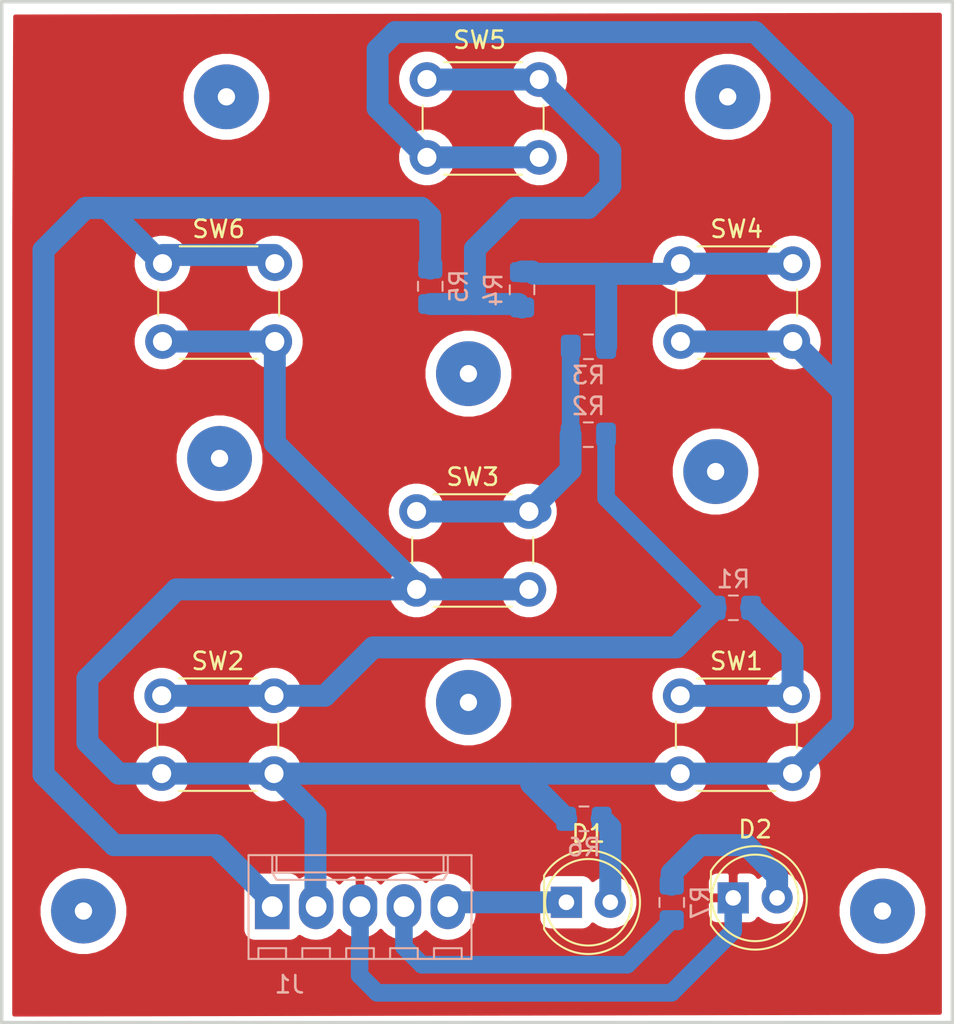
<source format=kicad_pcb>
(kicad_pcb (version 20171130) (host pcbnew 5.1.2-f72e74a~84~ubuntu18.04.1)

  (general
    (thickness 1.6)
    (drawings 4)
    (tracks 106)
    (zones 0)
    (modules 16)
    (nets 13)
  )

  (page A4)
  (layers
    (0 F.Cu signal)
    (31 B.Cu signal)
    (32 B.Adhes user)
    (33 F.Adhes user)
    (34 B.Paste user)
    (35 F.Paste user)
    (36 B.SilkS user)
    (37 F.SilkS user)
    (38 B.Mask user)
    (39 F.Mask user)
    (40 Dwgs.User user)
    (41 Cmts.User user)
    (42 Eco1.User user)
    (43 Eco2.User user)
    (44 Edge.Cuts user)
    (45 Margin user)
    (46 B.CrtYd user)
    (47 F.CrtYd user)
    (48 B.Fab user)
    (49 F.Fab user)
  )

  (setup
    (last_trace_width 1.27)
    (user_trace_width 1.016)
    (trace_clearance 0.6096)
    (zone_clearance 0.508)
    (zone_45_only no)
    (trace_min 0.4064)
    (via_size 3.746)
    (via_drill 1)
    (via_min_size 1.778)
    (via_min_drill 1)
    (uvia_size 0.3)
    (uvia_drill 0.1)
    (uvias_allowed no)
    (uvia_min_size 0.2)
    (uvia_min_drill 0.1)
    (edge_width 0.15)
    (segment_width 0.2)
    (pcb_text_width 0.3)
    (pcb_text_size 1.5 1.5)
    (mod_edge_width 0.15)
    (mod_text_size 1 1)
    (mod_text_width 0.15)
    (pad_size 1.524 1.524)
    (pad_drill 0.762)
    (pad_to_mask_clearance 0.051)
    (solder_mask_min_width 0.25)
    (aux_axis_origin 0 0)
    (grid_origin 156.6926 51.2064)
    (visible_elements 7FFFFFFF)
    (pcbplotparams
      (layerselection 0x01000_ffffffff)
      (usegerberextensions false)
      (usegerberattributes false)
      (usegerberadvancedattributes false)
      (creategerberjobfile false)
      (excludeedgelayer true)
      (linewidth 0.100000)
      (plotframeref false)
      (viasonmask false)
      (mode 1)
      (useauxorigin false)
      (hpglpennumber 1)
      (hpglpenspeed 20)
      (hpglpendiameter 15.000000)
      (psnegative false)
      (psa4output false)
      (plotreference true)
      (plotvalue true)
      (plotinvisibletext false)
      (padsonsilk false)
      (subtractmaskfromsilk false)
      (outputformat 1)
      (mirror false)
      (drillshape 0)
      (scaleselection 1)
      (outputdirectory "./"))
  )

  (net 0 "")
  (net 1 "Net-(D1-Pad1)")
  (net 2 "Net-(D1-Pad2)")
  (net 3 +5V)
  (net 4 GND)
  (net 5 /teclado_out)
  (net 6 "Net-(R1-Pad1)")
  (net 7 "Net-(R1-Pad2)")
  (net 8 "Net-(R2-Pad2)")
  (net 9 "Net-(R3-Pad2)")
  (net 10 "Net-(R4-Pad2)")
  (net 11 "Net-(D2-Pad2)")
  (net 12 "Net-(J1-Pad4)")

  (net_class Default "This is the default net class."
    (clearance 0.6096)
    (trace_width 1.27)
    (via_dia 3.746)
    (via_drill 1)
    (uvia_dia 0.3)
    (uvia_drill 0.1)
    (diff_pair_width 0.508)
    (diff_pair_gap 0.25)
    (add_net +5V)
    (add_net /teclado_out)
    (add_net GND)
    (add_net "Net-(D1-Pad1)")
    (add_net "Net-(D1-Pad2)")
    (add_net "Net-(D2-Pad2)")
    (add_net "Net-(J1-Pad4)")
    (add_net "Net-(R1-Pad1)")
    (add_net "Net-(R1-Pad2)")
    (add_net "Net-(R2-Pad2)")
    (add_net "Net-(R3-Pad2)")
    (add_net "Net-(R4-Pad2)")
  )

  (module Resistor_SMD:R_0805_2012Metric_Pad1.15x1.40mm_HandSolder (layer B.Cu) (tedit 5B36C52B) (tstamp 5D6668D8)
    (at 138.947 66.4464)
    (descr "Resistor SMD 0805 (2012 Metric), square (rectangular) end terminal, IPC_7351 nominal with elongated pad for handsoldering. (Body size source: https://docs.google.com/spreadsheets/d/1BsfQQcO9C6DZCsRaXUlFlo91Tg2WpOkGARC1WS5S8t0/edit?usp=sharing), generated with kicad-footprint-generator")
    (tags "resistor handsolder")
    (path /5D58762F)
    (attr smd)
    (fp_text reference R3 (at 0 1.65) (layer B.SilkS)
      (effects (font (size 1 1) (thickness 0.15)) (justify mirror))
    )
    (fp_text value 33k (at 0 -1.65) (layer B.Fab)
      (effects (font (size 1 1) (thickness 0.15)) (justify mirror))
    )
    (fp_text user %R (at 0 0) (layer B.Fab)
      (effects (font (size 0.5 0.5) (thickness 0.08)) (justify mirror))
    )
    (fp_line (start 1.85 -0.95) (end -1.85 -0.95) (layer B.CrtYd) (width 0.05))
    (fp_line (start 1.85 0.95) (end 1.85 -0.95) (layer B.CrtYd) (width 0.05))
    (fp_line (start -1.85 0.95) (end 1.85 0.95) (layer B.CrtYd) (width 0.05))
    (fp_line (start -1.85 -0.95) (end -1.85 0.95) (layer B.CrtYd) (width 0.05))
    (fp_line (start -0.261252 -0.71) (end 0.261252 -0.71) (layer B.SilkS) (width 0.12))
    (fp_line (start -0.261252 0.71) (end 0.261252 0.71) (layer B.SilkS) (width 0.12))
    (fp_line (start 1 -0.6) (end -1 -0.6) (layer B.Fab) (width 0.1))
    (fp_line (start 1 0.6) (end 1 -0.6) (layer B.Fab) (width 0.1))
    (fp_line (start -1 0.6) (end 1 0.6) (layer B.Fab) (width 0.1))
    (fp_line (start -1 -0.6) (end -1 0.6) (layer B.Fab) (width 0.1))
    (pad 2 smd roundrect (at 1.025 0) (size 1.15 1.4) (layers B.Cu B.Paste B.Mask) (roundrect_rratio 0.217391)
      (net 9 "Net-(R3-Pad2)"))
    (pad 1 smd roundrect (at -1.025 0) (size 1.15 1.4) (layers B.Cu B.Paste B.Mask) (roundrect_rratio 0.217391)
      (net 8 "Net-(R2-Pad2)"))
    (model ${KISYS3DMOD}/Resistor_SMD.3dshapes/R_0805_2012Metric.wrl
      (at (xyz 0 0 0))
      (scale (xyz 1 1 1))
      (rotate (xyz 0 0 0))
    )
  )

  (module Button_Switch_THT:SW_PUSH_6mm (layer F.Cu) (tedit 5A02FE31) (tstamp 5D66691C)
    (at 129 75.968)
    (descr https://www.omron.com/ecb/products/pdf/en-b3f.pdf)
    (tags "tact sw push 6mm")
    (path /5D58B9A8)
    (fp_text reference SW3 (at 3.25 -2) (layer F.SilkS)
      (effects (font (size 1 1) (thickness 0.15)))
    )
    (fp_text value SW_SPST (at 3.75 6.7) (layer F.Fab)
      (effects (font (size 1 1) (thickness 0.15)))
    )
    (fp_circle (center 3.25 2.25) (end 1.25 2.5) (layer F.Fab) (width 0.1))
    (fp_line (start 6.75 3) (end 6.75 1.5) (layer F.SilkS) (width 0.12))
    (fp_line (start 5.5 -1) (end 1 -1) (layer F.SilkS) (width 0.12))
    (fp_line (start -0.25 1.5) (end -0.25 3) (layer F.SilkS) (width 0.12))
    (fp_line (start 1 5.5) (end 5.5 5.5) (layer F.SilkS) (width 0.12))
    (fp_line (start 8 -1.25) (end 8 5.75) (layer F.CrtYd) (width 0.05))
    (fp_line (start 7.75 6) (end -1.25 6) (layer F.CrtYd) (width 0.05))
    (fp_line (start -1.5 5.75) (end -1.5 -1.25) (layer F.CrtYd) (width 0.05))
    (fp_line (start -1.25 -1.5) (end 7.75 -1.5) (layer F.CrtYd) (width 0.05))
    (fp_line (start -1.5 6) (end -1.25 6) (layer F.CrtYd) (width 0.05))
    (fp_line (start -1.5 5.75) (end -1.5 6) (layer F.CrtYd) (width 0.05))
    (fp_line (start -1.5 -1.5) (end -1.25 -1.5) (layer F.CrtYd) (width 0.05))
    (fp_line (start -1.5 -1.25) (end -1.5 -1.5) (layer F.CrtYd) (width 0.05))
    (fp_line (start 8 -1.5) (end 8 -1.25) (layer F.CrtYd) (width 0.05))
    (fp_line (start 7.75 -1.5) (end 8 -1.5) (layer F.CrtYd) (width 0.05))
    (fp_line (start 8 6) (end 8 5.75) (layer F.CrtYd) (width 0.05))
    (fp_line (start 7.75 6) (end 8 6) (layer F.CrtYd) (width 0.05))
    (fp_line (start 0.25 -0.75) (end 3.25 -0.75) (layer F.Fab) (width 0.1))
    (fp_line (start 0.25 5.25) (end 0.25 -0.75) (layer F.Fab) (width 0.1))
    (fp_line (start 6.25 5.25) (end 0.25 5.25) (layer F.Fab) (width 0.1))
    (fp_line (start 6.25 -0.75) (end 6.25 5.25) (layer F.Fab) (width 0.1))
    (fp_line (start 3.25 -0.75) (end 6.25 -0.75) (layer F.Fab) (width 0.1))
    (fp_text user %R (at 3.25 2.25) (layer F.Fab)
      (effects (font (size 1 1) (thickness 0.15)))
    )
    (pad 1 thru_hole circle (at 6.5 0 90) (size 2 2) (drill 1.1) (layers *.Cu *.Mask)
      (net 8 "Net-(R2-Pad2)"))
    (pad 2 thru_hole circle (at 6.5 4.5 90) (size 2 2) (drill 1.1) (layers *.Cu *.Mask)
      (net 3 +5V))
    (pad 1 thru_hole circle (at 0 0 90) (size 2 2) (drill 1.1) (layers *.Cu *.Mask)
      (net 8 "Net-(R2-Pad2)"))
    (pad 2 thru_hole circle (at 0 4.5 90) (size 2 2) (drill 1.1) (layers *.Cu *.Mask)
      (net 3 +5V))
    (model ${KISYS3DMOD}/Button_Switch_THT.3dshapes/SW_PUSH_6mm.wrl
      (at (xyz 0 0 0))
      (scale (xyz 1 1 1))
      (rotate (xyz 0 0 0))
    )
  )

  (module Button_Switch_THT:SW_PUSH_6mm (layer F.Cu) (tedit 5A02FE31) (tstamp 5D655D1D)
    (at 144.254 86.618)
    (descr https://www.omron.com/ecb/products/pdf/en-b3f.pdf)
    (tags "tact sw push 6mm")
    (path /5D58B906)
    (fp_text reference SW1 (at 3.25 -2) (layer F.SilkS)
      (effects (font (size 1 1) (thickness 0.15)))
    )
    (fp_text value SW_SPST (at 3.75 6.7) (layer F.Fab)
      (effects (font (size 1 1) (thickness 0.15)))
    )
    (fp_circle (center 3.25 2.25) (end 1.25 2.5) (layer F.Fab) (width 0.1))
    (fp_line (start 6.75 3) (end 6.75 1.5) (layer F.SilkS) (width 0.12))
    (fp_line (start 5.5 -1) (end 1 -1) (layer F.SilkS) (width 0.12))
    (fp_line (start -0.25 1.5) (end -0.25 3) (layer F.SilkS) (width 0.12))
    (fp_line (start 1 5.5) (end 5.5 5.5) (layer F.SilkS) (width 0.12))
    (fp_line (start 8 -1.25) (end 8 5.75) (layer F.CrtYd) (width 0.05))
    (fp_line (start 7.75 6) (end -1.25 6) (layer F.CrtYd) (width 0.05))
    (fp_line (start -1.5 5.75) (end -1.5 -1.25) (layer F.CrtYd) (width 0.05))
    (fp_line (start -1.25 -1.5) (end 7.75 -1.5) (layer F.CrtYd) (width 0.05))
    (fp_line (start -1.5 6) (end -1.25 6) (layer F.CrtYd) (width 0.05))
    (fp_line (start -1.5 5.75) (end -1.5 6) (layer F.CrtYd) (width 0.05))
    (fp_line (start -1.5 -1.5) (end -1.25 -1.5) (layer F.CrtYd) (width 0.05))
    (fp_line (start -1.5 -1.25) (end -1.5 -1.5) (layer F.CrtYd) (width 0.05))
    (fp_line (start 8 -1.5) (end 8 -1.25) (layer F.CrtYd) (width 0.05))
    (fp_line (start 7.75 -1.5) (end 8 -1.5) (layer F.CrtYd) (width 0.05))
    (fp_line (start 8 6) (end 8 5.75) (layer F.CrtYd) (width 0.05))
    (fp_line (start 7.75 6) (end 8 6) (layer F.CrtYd) (width 0.05))
    (fp_line (start 0.25 -0.75) (end 3.25 -0.75) (layer F.Fab) (width 0.1))
    (fp_line (start 0.25 5.25) (end 0.25 -0.75) (layer F.Fab) (width 0.1))
    (fp_line (start 6.25 5.25) (end 0.25 5.25) (layer F.Fab) (width 0.1))
    (fp_line (start 6.25 -0.75) (end 6.25 5.25) (layer F.Fab) (width 0.1))
    (fp_line (start 3.25 -0.75) (end 6.25 -0.75) (layer F.Fab) (width 0.1))
    (fp_text user %R (at 3.25 2.25) (layer F.Fab)
      (effects (font (size 1 1) (thickness 0.15)))
    )
    (pad 1 thru_hole circle (at 6.5 0 90) (size 2 2) (drill 1.1) (layers *.Cu *.Mask)
      (net 6 "Net-(R1-Pad1)"))
    (pad 2 thru_hole circle (at 6.5 4.5 90) (size 2 2) (drill 1.1) (layers *.Cu *.Mask)
      (net 3 +5V))
    (pad 1 thru_hole circle (at 0 0 90) (size 2 2) (drill 1.1) (layers *.Cu *.Mask)
      (net 6 "Net-(R1-Pad1)"))
    (pad 2 thru_hole circle (at 0 4.5 90) (size 2 2) (drill 1.1) (layers *.Cu *.Mask)
      (net 3 +5V))
    (model ${KISYS3DMOD}/Button_Switch_THT.3dshapes/SW_PUSH_6mm.wrl
      (at (xyz 0 0 0))
      (scale (xyz 1 1 1))
      (rotate (xyz 0 0 0))
    )
  )

  (module LED_THT:LED_D5.0mm (layer F.Cu) (tedit 5995936A) (tstamp 5D6554D2)
    (at 137.668 98.552)
    (descr "LED, diameter 5.0mm, 2 pins, http://cdn-reichelt.de/documents/datenblatt/A500/LL-504BC2E-009.pdf")
    (tags "LED diameter 5.0mm 2 pins")
    (path /5D58AAA0)
    (fp_text reference D1 (at 1.27 -3.96) (layer F.SilkS)
      (effects (font (size 1 1) (thickness 0.15)))
    )
    (fp_text value "LED ROJO" (at 1.27 3.96) (layer F.Fab)
      (effects (font (size 1 1) (thickness 0.15)))
    )
    (fp_arc (start 1.27 0) (end -1.23 -1.469694) (angle 299.1) (layer F.Fab) (width 0.1))
    (fp_arc (start 1.27 0) (end -1.29 -1.54483) (angle 148.9) (layer F.SilkS) (width 0.12))
    (fp_arc (start 1.27 0) (end -1.29 1.54483) (angle -148.9) (layer F.SilkS) (width 0.12))
    (fp_circle (center 1.27 0) (end 3.77 0) (layer F.Fab) (width 0.1))
    (fp_circle (center 1.27 0) (end 3.77 0) (layer F.SilkS) (width 0.12))
    (fp_line (start -1.23 -1.469694) (end -1.23 1.469694) (layer F.Fab) (width 0.1))
    (fp_line (start -1.29 -1.545) (end -1.29 1.545) (layer F.SilkS) (width 0.12))
    (fp_line (start -1.95 -3.25) (end -1.95 3.25) (layer F.CrtYd) (width 0.05))
    (fp_line (start -1.95 3.25) (end 4.5 3.25) (layer F.CrtYd) (width 0.05))
    (fp_line (start 4.5 3.25) (end 4.5 -3.25) (layer F.CrtYd) (width 0.05))
    (fp_line (start 4.5 -3.25) (end -1.95 -3.25) (layer F.CrtYd) (width 0.05))
    (fp_text user %R (at 1.25 0) (layer F.Fab)
      (effects (font (size 0.8 0.8) (thickness 0.2)))
    )
    (pad 1 thru_hole rect (at 0 0) (size 1.8 1.8) (drill 0.9) (layers *.Cu *.Mask)
      (net 1 "Net-(D1-Pad1)"))
    (pad 2 thru_hole circle (at 2.54 0) (size 1.8 1.8) (drill 0.9) (layers *.Cu *.Mask)
      (net 2 "Net-(D1-Pad2)"))
    (model ${KISYS3DMOD}/LED_THT.3dshapes/LED_D5.0mm.wrl
      (at (xyz 0 0 0))
      (scale (xyz 1 1 1))
      (rotate (xyz 0 0 0))
    )
  )

  (module Resistor_SMD:R_0805_2012Metric_Pad1.15x1.40mm_HandSolder (layer B.Cu) (tedit 5B36C52B) (tstamp 5D655505)
    (at 147.329 81.534 180)
    (descr "Resistor SMD 0805 (2012 Metric), square (rectangular) end terminal, IPC_7351 nominal with elongated pad for handsoldering. (Body size source: https://docs.google.com/spreadsheets/d/1BsfQQcO9C6DZCsRaXUlFlo91Tg2WpOkGARC1WS5S8t0/edit?usp=sharing), generated with kicad-footprint-generator")
    (tags "resistor handsolder")
    (path /5D5875E1)
    (attr smd)
    (fp_text reference R1 (at 0 1.65 180) (layer B.SilkS)
      (effects (font (size 1 1) (thickness 0.15)) (justify mirror))
    )
    (fp_text value 82k (at 0 -1.65 180) (layer B.Fab)
      (effects (font (size 1 1) (thickness 0.15)) (justify mirror))
    )
    (fp_text user %R (at 0 0 180) (layer B.Fab)
      (effects (font (size 0.5 0.5) (thickness 0.08)) (justify mirror))
    )
    (fp_line (start 1.85 -0.95) (end -1.85 -0.95) (layer B.CrtYd) (width 0.05))
    (fp_line (start 1.85 0.95) (end 1.85 -0.95) (layer B.CrtYd) (width 0.05))
    (fp_line (start -1.85 0.95) (end 1.85 0.95) (layer B.CrtYd) (width 0.05))
    (fp_line (start -1.85 -0.95) (end -1.85 0.95) (layer B.CrtYd) (width 0.05))
    (fp_line (start -0.261252 -0.71) (end 0.261252 -0.71) (layer B.SilkS) (width 0.12))
    (fp_line (start -0.261252 0.71) (end 0.261252 0.71) (layer B.SilkS) (width 0.12))
    (fp_line (start 1 -0.6) (end -1 -0.6) (layer B.Fab) (width 0.1))
    (fp_line (start 1 0.6) (end 1 -0.6) (layer B.Fab) (width 0.1))
    (fp_line (start -1 0.6) (end 1 0.6) (layer B.Fab) (width 0.1))
    (fp_line (start -1 -0.6) (end -1 0.6) (layer B.Fab) (width 0.1))
    (pad 2 smd roundrect (at 1.025 0 180) (size 1.15 1.4) (layers B.Cu B.Paste B.Mask) (roundrect_rratio 0.217391)
      (net 7 "Net-(R1-Pad2)"))
    (pad 1 smd roundrect (at -1.025 0 180) (size 1.15 1.4) (layers B.Cu B.Paste B.Mask) (roundrect_rratio 0.217391)
      (net 6 "Net-(R1-Pad1)"))
    (model ${KISYS3DMOD}/Resistor_SMD.3dshapes/R_0805_2012Metric.wrl
      (at (xyz 0 0 0))
      (scale (xyz 1 1 1))
      (rotate (xyz 0 0 0))
    )
  )

  (module Resistor_SMD:R_0805_2012Metric_Pad1.15x1.40mm_HandSolder (layer B.Cu) (tedit 5B36C52B) (tstamp 5D67E5CF)
    (at 138.938 71.5264 180)
    (descr "Resistor SMD 0805 (2012 Metric), square (rectangular) end terminal, IPC_7351 nominal with elongated pad for handsoldering. (Body size source: https://docs.google.com/spreadsheets/d/1BsfQQcO9C6DZCsRaXUlFlo91Tg2WpOkGARC1WS5S8t0/edit?usp=sharing), generated with kicad-footprint-generator")
    (tags "resistor handsolder")
    (path /5D587607)
    (attr smd)
    (fp_text reference R2 (at 0 1.65 180) (layer B.SilkS)
      (effects (font (size 1 1) (thickness 0.15)) (justify mirror))
    )
    (fp_text value 47k (at 0 -1.65 180) (layer B.Fab)
      (effects (font (size 1 1) (thickness 0.15)) (justify mirror))
    )
    (fp_line (start -1 -0.6) (end -1 0.6) (layer B.Fab) (width 0.1))
    (fp_line (start -1 0.6) (end 1 0.6) (layer B.Fab) (width 0.1))
    (fp_line (start 1 0.6) (end 1 -0.6) (layer B.Fab) (width 0.1))
    (fp_line (start 1 -0.6) (end -1 -0.6) (layer B.Fab) (width 0.1))
    (fp_line (start -0.261252 0.71) (end 0.261252 0.71) (layer B.SilkS) (width 0.12))
    (fp_line (start -0.261252 -0.71) (end 0.261252 -0.71) (layer B.SilkS) (width 0.12))
    (fp_line (start -1.85 -0.95) (end -1.85 0.95) (layer B.CrtYd) (width 0.05))
    (fp_line (start -1.85 0.95) (end 1.85 0.95) (layer B.CrtYd) (width 0.05))
    (fp_line (start 1.85 0.95) (end 1.85 -0.95) (layer B.CrtYd) (width 0.05))
    (fp_line (start 1.85 -0.95) (end -1.85 -0.95) (layer B.CrtYd) (width 0.05))
    (fp_text user %R (at 0 0 180) (layer B.Fab)
      (effects (font (size 0.5 0.5) (thickness 0.08)) (justify mirror))
    )
    (pad 1 smd roundrect (at -1.025 0 180) (size 1.15 1.4) (layers B.Cu B.Paste B.Mask) (roundrect_rratio 0.217391)
      (net 7 "Net-(R1-Pad2)"))
    (pad 2 smd roundrect (at 1.025 0 180) (size 1.15 1.4) (layers B.Cu B.Paste B.Mask) (roundrect_rratio 0.217391)
      (net 8 "Net-(R2-Pad2)"))
    (model ${KISYS3DMOD}/Resistor_SMD.3dshapes/R_0805_2012Metric.wrl
      (at (xyz 0 0 0))
      (scale (xyz 1 1 1))
      (rotate (xyz 0 0 0))
    )
  )

  (module Resistor_SMD:R_0805_2012Metric_Pad1.15x1.40mm_HandSolder (layer B.Cu) (tedit 5B36C52B) (tstamp 5D666B12)
    (at 135.1026 63.1534 270)
    (descr "Resistor SMD 0805 (2012 Metric), square (rectangular) end terminal, IPC_7351 nominal with elongated pad for handsoldering. (Body size source: https://docs.google.com/spreadsheets/d/1BsfQQcO9C6DZCsRaXUlFlo91Tg2WpOkGARC1WS5S8t0/edit?usp=sharing), generated with kicad-footprint-generator")
    (tags "resistor handsolder")
    (path /5D587659)
    (attr smd)
    (fp_text reference R4 (at 0 1.65 270) (layer B.SilkS)
      (effects (font (size 1 1) (thickness 0.15)) (justify mirror))
    )
    (fp_text value 22k (at 0 -1.65 270) (layer B.Fab)
      (effects (font (size 1 1) (thickness 0.15)) (justify mirror))
    )
    (fp_text user %R (at 0 0 270) (layer B.Fab)
      (effects (font (size 0.5 0.5) (thickness 0.08)) (justify mirror))
    )
    (fp_line (start 1.85 -0.95) (end -1.85 -0.95) (layer B.CrtYd) (width 0.05))
    (fp_line (start 1.85 0.95) (end 1.85 -0.95) (layer B.CrtYd) (width 0.05))
    (fp_line (start -1.85 0.95) (end 1.85 0.95) (layer B.CrtYd) (width 0.05))
    (fp_line (start -1.85 -0.95) (end -1.85 0.95) (layer B.CrtYd) (width 0.05))
    (fp_line (start -0.261252 -0.71) (end 0.261252 -0.71) (layer B.SilkS) (width 0.12))
    (fp_line (start -0.261252 0.71) (end 0.261252 0.71) (layer B.SilkS) (width 0.12))
    (fp_line (start 1 -0.6) (end -1 -0.6) (layer B.Fab) (width 0.1))
    (fp_line (start 1 0.6) (end 1 -0.6) (layer B.Fab) (width 0.1))
    (fp_line (start -1 0.6) (end 1 0.6) (layer B.Fab) (width 0.1))
    (fp_line (start -1 -0.6) (end -1 0.6) (layer B.Fab) (width 0.1))
    (pad 2 smd roundrect (at 1.025 0 270) (size 1.15 1.4) (layers B.Cu B.Paste B.Mask) (roundrect_rratio 0.217391)
      (net 10 "Net-(R4-Pad2)"))
    (pad 1 smd roundrect (at -1.025 0 270) (size 1.15 1.4) (layers B.Cu B.Paste B.Mask) (roundrect_rratio 0.217391)
      (net 9 "Net-(R3-Pad2)"))
    (model ${KISYS3DMOD}/Resistor_SMD.3dshapes/R_0805_2012Metric.wrl
      (at (xyz 0 0 0))
      (scale (xyz 1 1 1))
      (rotate (xyz 0 0 0))
    )
  )

  (module Resistor_SMD:R_0805_2012Metric_Pad1.15x1.40mm_HandSolder (layer B.Cu) (tedit 5B36C52B) (tstamp 5D6669E3)
    (at 129.794 62.9502 90)
    (descr "Resistor SMD 0805 (2012 Metric), square (rectangular) end terminal, IPC_7351 nominal with elongated pad for handsoldering. (Body size source: https://docs.google.com/spreadsheets/d/1BsfQQcO9C6DZCsRaXUlFlo91Tg2WpOkGARC1WS5S8t0/edit?usp=sharing), generated with kicad-footprint-generator")
    (tags "resistor handsolder")
    (path /5D587FF6)
    (attr smd)
    (fp_text reference R5 (at 0 1.65 90) (layer B.SilkS)
      (effects (font (size 1 1) (thickness 0.15)) (justify mirror))
    )
    (fp_text value 15k (at 0 -1.65 90) (layer B.Fab)
      (effects (font (size 1 1) (thickness 0.15)) (justify mirror))
    )
    (fp_line (start -1 -0.6) (end -1 0.6) (layer B.Fab) (width 0.1))
    (fp_line (start -1 0.6) (end 1 0.6) (layer B.Fab) (width 0.1))
    (fp_line (start 1 0.6) (end 1 -0.6) (layer B.Fab) (width 0.1))
    (fp_line (start 1 -0.6) (end -1 -0.6) (layer B.Fab) (width 0.1))
    (fp_line (start -0.261252 0.71) (end 0.261252 0.71) (layer B.SilkS) (width 0.12))
    (fp_line (start -0.261252 -0.71) (end 0.261252 -0.71) (layer B.SilkS) (width 0.12))
    (fp_line (start -1.85 -0.95) (end -1.85 0.95) (layer B.CrtYd) (width 0.05))
    (fp_line (start -1.85 0.95) (end 1.85 0.95) (layer B.CrtYd) (width 0.05))
    (fp_line (start 1.85 0.95) (end 1.85 -0.95) (layer B.CrtYd) (width 0.05))
    (fp_line (start 1.85 -0.95) (end -1.85 -0.95) (layer B.CrtYd) (width 0.05))
    (fp_text user %R (at 0 0 90) (layer B.Fab)
      (effects (font (size 0.5 0.5) (thickness 0.08)) (justify mirror))
    )
    (pad 1 smd roundrect (at -1.025 0 90) (size 1.15 1.4) (layers B.Cu B.Paste B.Mask) (roundrect_rratio 0.217391)
      (net 10 "Net-(R4-Pad2)"))
    (pad 2 smd roundrect (at 1.025 0 90) (size 1.15 1.4) (layers B.Cu B.Paste B.Mask) (roundrect_rratio 0.217391)
      (net 5 /teclado_out))
    (model ${KISYS3DMOD}/Resistor_SMD.3dshapes/R_0805_2012Metric.wrl
      (at (xyz 0 0 0))
      (scale (xyz 1 1 1))
      (rotate (xyz 0 0 0))
    )
  )

  (module Resistor_SMD:R_0805_2012Metric_Pad1.15x1.40mm_HandSolder (layer B.Cu) (tedit 5B36C52B) (tstamp 5D65555A)
    (at 138.684 93.726)
    (descr "Resistor SMD 0805 (2012 Metric), square (rectangular) end terminal, IPC_7351 nominal with elongated pad for handsoldering. (Body size source: https://docs.google.com/spreadsheets/d/1BsfQQcO9C6DZCsRaXUlFlo91Tg2WpOkGARC1WS5S8t0/edit?usp=sharing), generated with kicad-footprint-generator")
    (tags "resistor handsolder")
    (path /5D58AB4B)
    (attr smd)
    (fp_text reference R6 (at 0 1.65) (layer B.SilkS)
      (effects (font (size 1 1) (thickness 0.15)) (justify mirror))
    )
    (fp_text value 220 (at 0 -1.65) (layer B.Fab)
      (effects (font (size 1 1) (thickness 0.15)) (justify mirror))
    )
    (fp_text user %R (at 0 0) (layer B.Fab)
      (effects (font (size 0.5 0.5) (thickness 0.08)) (justify mirror))
    )
    (fp_line (start 1.85 -0.95) (end -1.85 -0.95) (layer B.CrtYd) (width 0.05))
    (fp_line (start 1.85 0.95) (end 1.85 -0.95) (layer B.CrtYd) (width 0.05))
    (fp_line (start -1.85 0.95) (end 1.85 0.95) (layer B.CrtYd) (width 0.05))
    (fp_line (start -1.85 -0.95) (end -1.85 0.95) (layer B.CrtYd) (width 0.05))
    (fp_line (start -0.261252 -0.71) (end 0.261252 -0.71) (layer B.SilkS) (width 0.12))
    (fp_line (start -0.261252 0.71) (end 0.261252 0.71) (layer B.SilkS) (width 0.12))
    (fp_line (start 1 -0.6) (end -1 -0.6) (layer B.Fab) (width 0.1))
    (fp_line (start 1 0.6) (end 1 -0.6) (layer B.Fab) (width 0.1))
    (fp_line (start -1 0.6) (end 1 0.6) (layer B.Fab) (width 0.1))
    (fp_line (start -1 -0.6) (end -1 0.6) (layer B.Fab) (width 0.1))
    (pad 2 smd roundrect (at 1.025 0) (size 1.15 1.4) (layers B.Cu B.Paste B.Mask) (roundrect_rratio 0.217391)
      (net 2 "Net-(D1-Pad2)"))
    (pad 1 smd roundrect (at -1.025 0) (size 1.15 1.4) (layers B.Cu B.Paste B.Mask) (roundrect_rratio 0.217391)
      (net 3 +5V))
    (model ${KISYS3DMOD}/Resistor_SMD.3dshapes/R_0805_2012Metric.wrl
      (at (xyz 0 0 0))
      (scale (xyz 1 1 1))
      (rotate (xyz 0 0 0))
    )
  )

  (module Button_Switch_THT:SW_PUSH_6mm (layer F.Cu) (tedit 5A02FE31) (tstamp 5D655598)
    (at 114.254 86.614)
    (descr https://www.omron.com/ecb/products/pdf/en-b3f.pdf)
    (tags "tact sw push 6mm")
    (path /5D58B974)
    (fp_text reference SW2 (at 3.25 -2) (layer F.SilkS)
      (effects (font (size 1 1) (thickness 0.15)))
    )
    (fp_text value SW_SPST (at 3.75 6.7) (layer F.Fab)
      (effects (font (size 1 1) (thickness 0.15)))
    )
    (fp_text user %R (at 3.25 2.25) (layer F.Fab)
      (effects (font (size 1 1) (thickness 0.15)))
    )
    (fp_line (start 3.25 -0.75) (end 6.25 -0.75) (layer F.Fab) (width 0.1))
    (fp_line (start 6.25 -0.75) (end 6.25 5.25) (layer F.Fab) (width 0.1))
    (fp_line (start 6.25 5.25) (end 0.25 5.25) (layer F.Fab) (width 0.1))
    (fp_line (start 0.25 5.25) (end 0.25 -0.75) (layer F.Fab) (width 0.1))
    (fp_line (start 0.25 -0.75) (end 3.25 -0.75) (layer F.Fab) (width 0.1))
    (fp_line (start 7.75 6) (end 8 6) (layer F.CrtYd) (width 0.05))
    (fp_line (start 8 6) (end 8 5.75) (layer F.CrtYd) (width 0.05))
    (fp_line (start 7.75 -1.5) (end 8 -1.5) (layer F.CrtYd) (width 0.05))
    (fp_line (start 8 -1.5) (end 8 -1.25) (layer F.CrtYd) (width 0.05))
    (fp_line (start -1.5 -1.25) (end -1.5 -1.5) (layer F.CrtYd) (width 0.05))
    (fp_line (start -1.5 -1.5) (end -1.25 -1.5) (layer F.CrtYd) (width 0.05))
    (fp_line (start -1.5 5.75) (end -1.5 6) (layer F.CrtYd) (width 0.05))
    (fp_line (start -1.5 6) (end -1.25 6) (layer F.CrtYd) (width 0.05))
    (fp_line (start -1.25 -1.5) (end 7.75 -1.5) (layer F.CrtYd) (width 0.05))
    (fp_line (start -1.5 5.75) (end -1.5 -1.25) (layer F.CrtYd) (width 0.05))
    (fp_line (start 7.75 6) (end -1.25 6) (layer F.CrtYd) (width 0.05))
    (fp_line (start 8 -1.25) (end 8 5.75) (layer F.CrtYd) (width 0.05))
    (fp_line (start 1 5.5) (end 5.5 5.5) (layer F.SilkS) (width 0.12))
    (fp_line (start -0.25 1.5) (end -0.25 3) (layer F.SilkS) (width 0.12))
    (fp_line (start 5.5 -1) (end 1 -1) (layer F.SilkS) (width 0.12))
    (fp_line (start 6.75 3) (end 6.75 1.5) (layer F.SilkS) (width 0.12))
    (fp_circle (center 3.25 2.25) (end 1.25 2.5) (layer F.Fab) (width 0.1))
    (pad 2 thru_hole circle (at 0 4.5 90) (size 2 2) (drill 1.1) (layers *.Cu *.Mask)
      (net 3 +5V))
    (pad 1 thru_hole circle (at 0 0 90) (size 2 2) (drill 1.1) (layers *.Cu *.Mask)
      (net 7 "Net-(R1-Pad2)"))
    (pad 2 thru_hole circle (at 6.5 4.5 90) (size 2 2) (drill 1.1) (layers *.Cu *.Mask)
      (net 3 +5V))
    (pad 1 thru_hole circle (at 6.5 0 90) (size 2 2) (drill 1.1) (layers *.Cu *.Mask)
      (net 7 "Net-(R1-Pad2)"))
    (model ${KISYS3DMOD}/Button_Switch_THT.3dshapes/SW_PUSH_6mm.wrl
      (at (xyz 0 0 0))
      (scale (xyz 1 1 1))
      (rotate (xyz 0 0 0))
    )
  )

  (module Button_Switch_THT:SW_PUSH_6mm (layer F.Cu) (tedit 5A02FE31) (tstamp 5D66698E)
    (at 144.27 61.642)
    (descr https://www.omron.com/ecb/products/pdf/en-b3f.pdf)
    (tags "tact sw push 6mm")
    (path /5D58B9E6)
    (fp_text reference SW4 (at 3.25 -2) (layer F.SilkS)
      (effects (font (size 1 1) (thickness 0.15)))
    )
    (fp_text value SW_SPST (at 3.302 6.858) (layer F.Fab)
      (effects (font (size 1 1) (thickness 0.15)))
    )
    (fp_text user %R (at 3.25 2.25) (layer F.Fab)
      (effects (font (size 1 1) (thickness 0.15)))
    )
    (fp_line (start 3.25 -0.75) (end 6.25 -0.75) (layer F.Fab) (width 0.1))
    (fp_line (start 6.25 -0.75) (end 6.25 5.25) (layer F.Fab) (width 0.1))
    (fp_line (start 6.25 5.25) (end 0.25 5.25) (layer F.Fab) (width 0.1))
    (fp_line (start 0.25 5.25) (end 0.25 -0.75) (layer F.Fab) (width 0.1))
    (fp_line (start 0.25 -0.75) (end 3.25 -0.75) (layer F.Fab) (width 0.1))
    (fp_line (start 7.75 6) (end 8 6) (layer F.CrtYd) (width 0.05))
    (fp_line (start 8 6) (end 8 5.75) (layer F.CrtYd) (width 0.05))
    (fp_line (start 7.75 -1.5) (end 8 -1.5) (layer F.CrtYd) (width 0.05))
    (fp_line (start 8 -1.5) (end 8 -1.25) (layer F.CrtYd) (width 0.05))
    (fp_line (start -1.5 -1.25) (end -1.5 -1.5) (layer F.CrtYd) (width 0.05))
    (fp_line (start -1.5 -1.5) (end -1.25 -1.5) (layer F.CrtYd) (width 0.05))
    (fp_line (start -1.5 5.75) (end -1.5 6) (layer F.CrtYd) (width 0.05))
    (fp_line (start -1.5 6) (end -1.25 6) (layer F.CrtYd) (width 0.05))
    (fp_line (start -1.25 -1.5) (end 7.75 -1.5) (layer F.CrtYd) (width 0.05))
    (fp_line (start -1.5 5.75) (end -1.5 -1.25) (layer F.CrtYd) (width 0.05))
    (fp_line (start 7.75 6) (end -1.25 6) (layer F.CrtYd) (width 0.05))
    (fp_line (start 8 -1.25) (end 8 5.75) (layer F.CrtYd) (width 0.05))
    (fp_line (start 1 5.5) (end 5.5 5.5) (layer F.SilkS) (width 0.12))
    (fp_line (start -0.25 1.5) (end -0.25 3) (layer F.SilkS) (width 0.12))
    (fp_line (start 5.5 -1) (end 1 -1) (layer F.SilkS) (width 0.12))
    (fp_line (start 6.75 3) (end 6.75 1.5) (layer F.SilkS) (width 0.12))
    (fp_circle (center 3.25 2.25) (end 1.25 2.5) (layer F.Fab) (width 0.1))
    (pad 2 thru_hole circle (at 0 4.5 90) (size 2 2) (drill 1.1) (layers *.Cu *.Mask)
      (net 3 +5V))
    (pad 1 thru_hole circle (at 0 0 90) (size 2 2) (drill 1.1) (layers *.Cu *.Mask)
      (net 9 "Net-(R3-Pad2)"))
    (pad 2 thru_hole circle (at 6.5 4.5 90) (size 2 2) (drill 1.1) (layers *.Cu *.Mask)
      (net 3 +5V))
    (pad 1 thru_hole circle (at 6.5 0 90) (size 2 2) (drill 1.1) (layers *.Cu *.Mask)
      (net 9 "Net-(R3-Pad2)"))
    (model ${KISYS3DMOD}/Button_Switch_THT.3dshapes/SW_PUSH_6mm.wrl
      (at (xyz 0 0 0))
      (scale (xyz 1 1 1))
      (rotate (xyz 0 0 0))
    )
  )

  (module Button_Switch_THT:SW_PUSH_6mm (layer F.Cu) (tedit 5A02FE31) (tstamp 5D666A21)
    (at 129.6 51)
    (descr https://www.omron.com/ecb/products/pdf/en-b3f.pdf)
    (tags "tact sw push 6mm")
    (path /5D58BA22)
    (fp_text reference SW5 (at 3.048 -2.286) (layer F.SilkS)
      (effects (font (size 1 1) (thickness 0.15)))
    )
    (fp_text value SW_SPST (at 3.75 6.7) (layer F.Fab)
      (effects (font (size 1 1) (thickness 0.15)))
    )
    (fp_text user %R (at 3.25 2.25) (layer F.Fab)
      (effects (font (size 1 1) (thickness 0.15)))
    )
    (fp_line (start 3.25 -0.75) (end 6.25 -0.75) (layer F.Fab) (width 0.1))
    (fp_line (start 6.25 -0.75) (end 6.25 5.25) (layer F.Fab) (width 0.1))
    (fp_line (start 6.25 5.25) (end 0.25 5.25) (layer F.Fab) (width 0.1))
    (fp_line (start 0.25 5.25) (end 0.25 -0.75) (layer F.Fab) (width 0.1))
    (fp_line (start 0.25 -0.75) (end 3.25 -0.75) (layer F.Fab) (width 0.1))
    (fp_line (start 7.75 6) (end 8 6) (layer F.CrtYd) (width 0.05))
    (fp_line (start 8 6) (end 8 5.75) (layer F.CrtYd) (width 0.05))
    (fp_line (start 7.75 -1.5) (end 8 -1.5) (layer F.CrtYd) (width 0.05))
    (fp_line (start 8 -1.5) (end 8 -1.25) (layer F.CrtYd) (width 0.05))
    (fp_line (start -1.5 -1.25) (end -1.5 -1.5) (layer F.CrtYd) (width 0.05))
    (fp_line (start -1.5 -1.5) (end -1.25 -1.5) (layer F.CrtYd) (width 0.05))
    (fp_line (start -1.5 5.75) (end -1.5 6) (layer F.CrtYd) (width 0.05))
    (fp_line (start -1.5 6) (end -1.25 6) (layer F.CrtYd) (width 0.05))
    (fp_line (start -1.25 -1.5) (end 7.75 -1.5) (layer F.CrtYd) (width 0.05))
    (fp_line (start -1.5 5.75) (end -1.5 -1.25) (layer F.CrtYd) (width 0.05))
    (fp_line (start 7.75 6) (end -1.25 6) (layer F.CrtYd) (width 0.05))
    (fp_line (start 8 -1.25) (end 8 5.75) (layer F.CrtYd) (width 0.05))
    (fp_line (start 1 5.5) (end 5.5 5.5) (layer F.SilkS) (width 0.12))
    (fp_line (start -0.25 1.5) (end -0.25 3) (layer F.SilkS) (width 0.12))
    (fp_line (start 5.5 -1) (end 1 -1) (layer F.SilkS) (width 0.12))
    (fp_line (start 6.75 3) (end 6.75 1.5) (layer F.SilkS) (width 0.12))
    (fp_circle (center 3.25 2.25) (end 1.25 2.5) (layer F.Fab) (width 0.1))
    (pad 2 thru_hole circle (at 0 4.5 90) (size 2 2) (drill 1.1) (layers *.Cu *.Mask)
      (net 3 +5V))
    (pad 1 thru_hole circle (at 0 0 90) (size 2 2) (drill 1.1) (layers *.Cu *.Mask)
      (net 10 "Net-(R4-Pad2)"))
    (pad 2 thru_hole circle (at 6.5 4.5 90) (size 2 2) (drill 1.1) (layers *.Cu *.Mask)
      (net 3 +5V))
    (pad 1 thru_hole circle (at 6.5 0 90) (size 2 2) (drill 1.1) (layers *.Cu *.Mask)
      (net 10 "Net-(R4-Pad2)"))
    (model ${KISYS3DMOD}/Button_Switch_THT.3dshapes/SW_PUSH_6mm.wrl
      (at (xyz 0 0 0))
      (scale (xyz 1 1 1))
      (rotate (xyz 0 0 0))
    )
  )

  (module Button_Switch_THT:SW_PUSH_6mm (layer F.Cu) (tedit 5A02FE31) (tstamp 5D666A90)
    (at 114.3 61.642)
    (descr https://www.omron.com/ecb/products/pdf/en-b3f.pdf)
    (tags "tact sw push 6mm")
    (path /5D58BA60)
    (fp_text reference SW6 (at 3.25 -2) (layer F.SilkS)
      (effects (font (size 1 1) (thickness 0.15)))
    )
    (fp_text value SW_SPST (at 3.75 6.7) (layer F.Fab)
      (effects (font (size 1 1) (thickness 0.15)))
    )
    (fp_text user %R (at 3.302 2.286) (layer F.Fab)
      (effects (font (size 1 1) (thickness 0.15)))
    )
    (fp_line (start 3.25 -0.75) (end 6.25 -0.75) (layer F.Fab) (width 0.1))
    (fp_line (start 6.25 -0.75) (end 6.25 5.25) (layer F.Fab) (width 0.1))
    (fp_line (start 6.25 5.25) (end 0.25 5.25) (layer F.Fab) (width 0.1))
    (fp_line (start 0.25 5.25) (end 0.25 -0.75) (layer F.Fab) (width 0.1))
    (fp_line (start 0.25 -0.75) (end 3.25 -0.75) (layer F.Fab) (width 0.1))
    (fp_line (start 7.75 6) (end 8 6) (layer F.CrtYd) (width 0.05))
    (fp_line (start 8 6) (end 8 5.75) (layer F.CrtYd) (width 0.05))
    (fp_line (start 7.75 -1.5) (end 8 -1.5) (layer F.CrtYd) (width 0.05))
    (fp_line (start 8 -1.5) (end 8 -1.25) (layer F.CrtYd) (width 0.05))
    (fp_line (start -1.5 -1.25) (end -1.5 -1.5) (layer F.CrtYd) (width 0.05))
    (fp_line (start -1.5 -1.5) (end -1.25 -1.5) (layer F.CrtYd) (width 0.05))
    (fp_line (start -1.5 5.75) (end -1.5 6) (layer F.CrtYd) (width 0.05))
    (fp_line (start -1.5 6) (end -1.25 6) (layer F.CrtYd) (width 0.05))
    (fp_line (start -1.25 -1.5) (end 7.75 -1.5) (layer F.CrtYd) (width 0.05))
    (fp_line (start -1.5 5.75) (end -1.5 -1.25) (layer F.CrtYd) (width 0.05))
    (fp_line (start 7.75 6) (end -1.25 6) (layer F.CrtYd) (width 0.05))
    (fp_line (start 8 -1.25) (end 8 5.75) (layer F.CrtYd) (width 0.05))
    (fp_line (start 1 5.5) (end 5.5 5.5) (layer F.SilkS) (width 0.12))
    (fp_line (start -0.25 1.5) (end -0.25 3) (layer F.SilkS) (width 0.12))
    (fp_line (start 5.5 -1) (end 1 -1) (layer F.SilkS) (width 0.12))
    (fp_line (start 6.75 3) (end 6.75 1.5) (layer F.SilkS) (width 0.12))
    (fp_circle (center 3.25 2.25) (end 1.25 2.5) (layer F.Fab) (width 0.1))
    (pad 2 thru_hole circle (at 0 4.5 90) (size 2 2) (drill 1.1) (layers *.Cu *.Mask)
      (net 3 +5V))
    (pad 1 thru_hole circle (at 0 0 90) (size 2 2) (drill 1.1) (layers *.Cu *.Mask)
      (net 5 /teclado_out))
    (pad 2 thru_hole circle (at 6.5 4.5 90) (size 2 2) (drill 1.1) (layers *.Cu *.Mask)
      (net 3 +5V))
    (pad 1 thru_hole circle (at 6.5 0 90) (size 2 2) (drill 1.1) (layers *.Cu *.Mask)
      (net 5 /teclado_out))
    (model ${KISYS3DMOD}/Button_Switch_THT.3dshapes/SW_PUSH_6mm.wrl
      (at (xyz 0 0 0))
      (scale (xyz 1 1 1))
      (rotate (xyz 0 0 0))
    )
  )

  (module LED_THT:LED_D5.0mm (layer F.Cu) (tedit 5995936A) (tstamp 5D6C65D5)
    (at 147.32 98.298)
    (descr "LED, diameter 5.0mm, 2 pins, http://cdn-reichelt.de/documents/datenblatt/A500/LL-504BC2E-009.pdf")
    (tags "LED diameter 5.0mm 2 pins")
    (path /5D5FF722)
    (fp_text reference D2 (at 1.27 -3.96) (layer F.SilkS)
      (effects (font (size 1 1) (thickness 0.15)))
    )
    (fp_text value "LED VERDE" (at 1.27 3.96) (layer F.Fab)
      (effects (font (size 1 1) (thickness 0.15)))
    )
    (fp_arc (start 1.27 0) (end -1.23 -1.469694) (angle 299.1) (layer F.Fab) (width 0.1))
    (fp_arc (start 1.27 0) (end -1.29 -1.54483) (angle 148.9) (layer F.SilkS) (width 0.12))
    (fp_arc (start 1.27 0) (end -1.29 1.54483) (angle -148.9) (layer F.SilkS) (width 0.12))
    (fp_circle (center 1.27 0) (end 3.77 0) (layer F.Fab) (width 0.1))
    (fp_circle (center 1.27 0) (end 3.77 0) (layer F.SilkS) (width 0.12))
    (fp_line (start -1.23 -1.469694) (end -1.23 1.469694) (layer F.Fab) (width 0.1))
    (fp_line (start -1.29 -1.545) (end -1.29 1.545) (layer F.SilkS) (width 0.12))
    (fp_line (start -1.95 -3.25) (end -1.95 3.25) (layer F.CrtYd) (width 0.05))
    (fp_line (start -1.95 3.25) (end 4.5 3.25) (layer F.CrtYd) (width 0.05))
    (fp_line (start 4.5 3.25) (end 4.5 -3.25) (layer F.CrtYd) (width 0.05))
    (fp_line (start 4.5 -3.25) (end -1.95 -3.25) (layer F.CrtYd) (width 0.05))
    (fp_text user %R (at 1.25 0) (layer F.Fab)
      (effects (font (size 0.8 0.8) (thickness 0.2)))
    )
    (pad 1 thru_hole rect (at 0 0) (size 1.8 1.8) (drill 0.9) (layers *.Cu *.Mask)
      (net 4 GND))
    (pad 2 thru_hole circle (at 2.54 0) (size 1.8 1.8) (drill 0.9) (layers *.Cu *.Mask)
      (net 11 "Net-(D2-Pad2)"))
    (model ${KISYS3DMOD}/LED_THT.3dshapes/LED_D5.0mm.wrl
      (at (xyz 0 0 0))
      (scale (xyz 1 1 1))
      (rotate (xyz 0 0 0))
    )
  )

  (module Resistor_SMD:R_0805_2012Metric_Pad1.15x1.40mm_HandSolder (layer B.Cu) (tedit 5B36C52B) (tstamp 5D6C6611)
    (at 143.764 98.561 90)
    (descr "Resistor SMD 0805 (2012 Metric), square (rectangular) end terminal, IPC_7351 nominal with elongated pad for handsoldering. (Body size source: https://docs.google.com/spreadsheets/d/1BsfQQcO9C6DZCsRaXUlFlo91Tg2WpOkGARC1WS5S8t0/edit?usp=sharing), generated with kicad-footprint-generator")
    (tags "resistor handsolder")
    (path /5D5FF6D2)
    (attr smd)
    (fp_text reference R7 (at 0 1.65 90) (layer B.SilkS)
      (effects (font (size 1 1) (thickness 0.15)) (justify mirror))
    )
    (fp_text value 220 (at 0 -1.65 90) (layer B.Fab)
      (effects (font (size 1 1) (thickness 0.15)) (justify mirror))
    )
    (fp_line (start -1 -0.6) (end -1 0.6) (layer B.Fab) (width 0.1))
    (fp_line (start -1 0.6) (end 1 0.6) (layer B.Fab) (width 0.1))
    (fp_line (start 1 0.6) (end 1 -0.6) (layer B.Fab) (width 0.1))
    (fp_line (start 1 -0.6) (end -1 -0.6) (layer B.Fab) (width 0.1))
    (fp_line (start -0.261252 0.71) (end 0.261252 0.71) (layer B.SilkS) (width 0.12))
    (fp_line (start -0.261252 -0.71) (end 0.261252 -0.71) (layer B.SilkS) (width 0.12))
    (fp_line (start -1.85 -0.95) (end -1.85 0.95) (layer B.CrtYd) (width 0.05))
    (fp_line (start -1.85 0.95) (end 1.85 0.95) (layer B.CrtYd) (width 0.05))
    (fp_line (start 1.85 0.95) (end 1.85 -0.95) (layer B.CrtYd) (width 0.05))
    (fp_line (start 1.85 -0.95) (end -1.85 -0.95) (layer B.CrtYd) (width 0.05))
    (fp_text user %R (at 2.032 9.144 90) (layer B.Fab)
      (effects (font (size 0.5 0.5) (thickness 0.08)) (justify mirror))
    )
    (pad 1 smd roundrect (at -1.025 0 90) (size 1.15 1.4) (layers B.Cu B.Paste B.Mask) (roundrect_rratio 0.217391)
      (net 12 "Net-(J1-Pad4)"))
    (pad 2 smd roundrect (at 1.025 0 90) (size 1.15 1.4) (layers B.Cu B.Paste B.Mask) (roundrect_rratio 0.217391)
      (net 11 "Net-(D2-Pad2)"))
    (model ${KISYS3DMOD}/Resistor_SMD.3dshapes/R_0805_2012Metric.wrl
      (at (xyz 0 0 0))
      (scale (xyz 1 1 1))
      (rotate (xyz 0 0 0))
    )
  )

  (module Connectors_Molex:Molex_KK-6410-05_05x2.54mm_Straight (layer B.Cu) (tedit 58EE6EEA) (tstamp 5D666569)
    (at 120.65 98.806)
    (descr "Connector Headers with Friction Lock, 22-27-2051, http://www.molex.com/pdm_docs/sd/022272021_sd.pdf")
    (tags "connector molex kk_6410 22-27-2051")
    (path /5D5FED87)
    (fp_text reference J1 (at 1 4.5) (layer B.SilkS)
      (effects (font (size 1 1) (thickness 0.15)) (justify mirror))
    )
    (fp_text value Conn_01x05_Female (at 5.08 -4.5) (layer B.Fab)
      (effects (font (size 1 1) (thickness 0.15)) (justify mirror))
    )
    (fp_line (start -1.47 3.12) (end -1.47 -3.08) (layer B.Fab) (width 0.12))
    (fp_line (start -1.47 -3.08) (end 11.63 -3.08) (layer B.Fab) (width 0.12))
    (fp_line (start 11.63 -3.08) (end 11.63 3.12) (layer B.Fab) (width 0.12))
    (fp_line (start 11.63 3.12) (end -1.47 3.12) (layer B.Fab) (width 0.12))
    (fp_line (start -1.37 3.02) (end -1.37 -2.98) (layer B.SilkS) (width 0.12))
    (fp_line (start -1.37 -2.98) (end 11.53 -2.98) (layer B.SilkS) (width 0.12))
    (fp_line (start 11.53 -2.98) (end 11.53 3.02) (layer B.SilkS) (width 0.12))
    (fp_line (start 11.53 3.02) (end -1.37 3.02) (layer B.SilkS) (width 0.12))
    (fp_line (start 0 -2.98) (end 0 -1.98) (layer B.SilkS) (width 0.12))
    (fp_line (start 0 -1.98) (end 10.16 -1.98) (layer B.SilkS) (width 0.12))
    (fp_line (start 10.16 -1.98) (end 10.16 -2.98) (layer B.SilkS) (width 0.12))
    (fp_line (start 0 -1.98) (end 0.25 -1.55) (layer B.SilkS) (width 0.12))
    (fp_line (start 0.25 -1.55) (end 9.91 -1.55) (layer B.SilkS) (width 0.12))
    (fp_line (start 9.91 -1.55) (end 10.16 -1.98) (layer B.SilkS) (width 0.12))
    (fp_line (start 0.25 -2.98) (end 0.25 -1.98) (layer B.SilkS) (width 0.12))
    (fp_line (start 9.91 -2.98) (end 9.91 -1.98) (layer B.SilkS) (width 0.12))
    (fp_line (start -0.8 3.02) (end -0.8 2.4) (layer B.SilkS) (width 0.12))
    (fp_line (start -0.8 2.4) (end 0.8 2.4) (layer B.SilkS) (width 0.12))
    (fp_line (start 0.8 2.4) (end 0.8 3.02) (layer B.SilkS) (width 0.12))
    (fp_line (start 1.74 3.02) (end 1.74 2.4) (layer B.SilkS) (width 0.12))
    (fp_line (start 1.74 2.4) (end 3.34 2.4) (layer B.SilkS) (width 0.12))
    (fp_line (start 3.34 2.4) (end 3.34 3.02) (layer B.SilkS) (width 0.12))
    (fp_line (start 4.28 3.02) (end 4.28 2.4) (layer B.SilkS) (width 0.12))
    (fp_line (start 4.28 2.4) (end 5.88 2.4) (layer B.SilkS) (width 0.12))
    (fp_line (start 5.88 2.4) (end 5.88 3.02) (layer B.SilkS) (width 0.12))
    (fp_line (start 6.82 3.02) (end 6.82 2.4) (layer B.SilkS) (width 0.12))
    (fp_line (start 6.82 2.4) (end 8.42 2.4) (layer B.SilkS) (width 0.12))
    (fp_line (start 8.42 2.4) (end 8.42 3.02) (layer B.SilkS) (width 0.12))
    (fp_line (start 9.36 3.02) (end 9.36 2.4) (layer B.SilkS) (width 0.12))
    (fp_line (start 9.36 2.4) (end 10.96 2.4) (layer B.SilkS) (width 0.12))
    (fp_line (start 10.96 2.4) (end 10.96 3.02) (layer B.SilkS) (width 0.12))
    (fp_line (start -1.9 -3.5) (end -1.9 3.55) (layer B.CrtYd) (width 0.05))
    (fp_line (start -1.9 3.55) (end 12.05 3.55) (layer B.CrtYd) (width 0.05))
    (fp_line (start 12.05 3.55) (end 12.05 -3.5) (layer B.CrtYd) (width 0.05))
    (fp_line (start 12.05 -3.5) (end -1.9 -3.5) (layer B.CrtYd) (width 0.05))
    (fp_text user %R (at 5.08 0) (layer B.Fab)
      (effects (font (size 1 1) (thickness 0.15)) (justify mirror))
    )
    (pad 1 thru_hole rect (at 0 0) (size 2 2.6) (drill 1.2) (layers *.Cu *.Mask)
      (net 5 /teclado_out))
    (pad 2 thru_hole oval (at 2.54 0) (size 2 2.6) (drill 1.2) (layers *.Cu *.Mask)
      (net 3 +5V))
    (pad 3 thru_hole oval (at 5.08 0) (size 2 2.6) (drill 1.2) (layers *.Cu *.Mask)
      (net 4 GND))
    (pad 4 thru_hole oval (at 7.62 0) (size 2 2.6) (drill 1.2) (layers *.Cu *.Mask)
      (net 12 "Net-(J1-Pad4)"))
    (pad 5 thru_hole oval (at 10.16 0) (size 2 2.6) (drill 1.2) (layers *.Cu *.Mask)
      (net 1 "Net-(D1-Pad1)"))
    (model ${KISYS3DMOD}/Connectors_Molex.3dshapes/Molex_KK-6410-05_05x2.54mm_Straight.wrl
      (at (xyz 0 0 0))
      (scale (xyz 1 1 1))
      (rotate (xyz 0 0 0))
    )
  )

  (gr_line (start 105 105.504) (end 160 105.504) (layer Edge.Cuts) (width 0.2))
  (gr_line (start 160 46.504) (end 160 105.504) (layer Edge.Cuts) (width 0.2))
  (gr_line (start 105 46.504) (end 105 105.504) (layer Edge.Cuts) (width 0.2))
  (gr_line (start 105 46.504) (end 160 46.504) (layer Edge.Cuts) (width 0.2))

  (via (at 109.728 99.06) (size 3.746) (drill 1) (layers F.Cu B.Cu) (net 0))
  (via (at 132 68) (size 3.746) (drill 1) (layers F.Cu B.Cu) (net 0) (tstamp 5D666959))
  (via (at 147 52) (size 3.746) (drill 1) (layers F.Cu B.Cu) (net 0) (tstamp 5D666A5E))
  (via (at 155.956 99.06) (size 3.746) (drill 1) (layers F.Cu B.Cu) (net 0) (tstamp 5D58D856))
  (via (at 117.602 72.898) (size 3.746) (drill 1) (layers F.Cu B.Cu) (net 0) (tstamp 5D666A64))
  (via (at 146.304 73.66) (size 3.746) (drill 1) (layers F.Cu B.Cu) (net 0) (tstamp 5D666A61))
  (via (at 118 52) (size 3.746) (drill 1) (layers F.Cu B.Cu) (net 0) (tstamp 5D666ACD))
  (via (at 132 87) (size 3.746) (drill 1) (layers F.Cu B.Cu) (net 0) (tstamp 5D6C8985))
  (segment (start 130.904 98.552) (end 130.65 98.806) (width 1.27) (layer B.Cu) (net 1))
  (segment (start 137.668 98.552) (end 130.904 98.552) (width 1.27) (layer B.Cu) (net 1))
  (segment (start 140.208 94.225) (end 139.709 93.726) (width 1.27) (layer B.Cu) (net 2))
  (segment (start 140.208 98.552) (end 140.208 94.225) (width 1.27) (layer B.Cu) (net 2))
  (segment (start 144.254 91.118) (end 150.754 91.118) (width 1.27) (layer B.Cu) (net 3))
  (segment (start 135.636 91.703) (end 137.659 93.726) (width 1.27) (layer B.Cu) (net 3))
  (segment (start 135.636 91.118) (end 135.636 91.703) (width 1.27) (layer B.Cu) (net 3))
  (segment (start 135.636 91.118) (end 144.254 91.118) (width 1.27) (layer B.Cu) (net 3))
  (segment (start 123.15 98.931) (end 123.15 98.806) (width 1.27) (layer B.Cu) (net 3))
  (segment (start 123.15 93.51) (end 123.15 98.806) (width 1.27) (layer B.Cu) (net 3))
  (segment (start 122.504 91.118) (end 135.636 91.118) (width 1.27) (layer B.Cu) (net 3))
  (segment (start 120.754 91.114) (end 123.15 93.51) (width 1.27) (layer B.Cu) (net 3))
  (segment (start 114.254 91.114) (end 122.5 91.114) (width 1.27) (layer B.Cu) (net 3))
  (segment (start 122.5 91.114) (end 122.504 91.118) (width 1.27) (layer B.Cu) (net 3))
  (segment (start 150.754 91.118) (end 153.67 88.202) (width 1.27) (layer B.Cu) (net 3))
  (segment (start 126.746 52.646) (end 129.6 55.5) (width 1.27) (layer B.Cu) (net 3))
  (segment (start 148.59 48.26) (end 127.762 48.26) (width 1.27) (layer B.Cu) (net 3))
  (segment (start 127.762 48.26) (end 126.746 49.276) (width 1.27) (layer B.Cu) (net 3))
  (segment (start 126.746 49.276) (end 126.746 52.646) (width 1.27) (layer B.Cu) (net 3))
  (segment (start 129.254 80.468) (end 135.754 80.468) (width 1.27) (layer B.Cu) (net 3))
  (segment (start 153.67 69.042) (end 150.77 66.142) (width 1.27) (layer B.Cu) (net 3))
  (segment (start 153.67 88.202) (end 153.67 69.042) (width 1.27) (layer B.Cu) (net 3))
  (segment (start 150.77 66.142) (end 144.27 66.142) (width 1.27) (layer B.Cu) (net 3))
  (segment (start 153.67 53.34) (end 148.59 48.26) (width 1.27) (layer B.Cu) (net 3))
  (segment (start 153.67 69.042) (end 153.67 53.34) (width 1.27) (layer B.Cu) (net 3))
  (segment (start 120.8 66.142) (end 114.3 66.142) (width 1.27) (layer B.Cu) (net 3))
  (segment (start 129.254 80.468) (end 120.8 72.014) (width 1.27) (layer B.Cu) (net 3))
  (segment (start 120.8 72.014) (end 120.8 66.142) (width 1.27) (layer B.Cu) (net 3))
  (segment (start 115.112 80.468) (end 129.254 80.468) (width 1.27) (layer B.Cu) (net 3))
  (segment (start 129.6 55.5) (end 136.1 55.5) (width 1.27) (layer B.Cu) (net 3))
  (segment (start 114.254 91.114) (end 111.7642 91.114) (width 1.27) (layer B.Cu) (net 3))
  (segment (start 111.7642 91.114) (end 109.9566 89.3064) (width 1.27) (layer B.Cu) (net 3))
  (segment (start 109.9566 85.6234) (end 115.112 80.468) (width 1.27) (layer B.Cu) (net 3))
  (segment (start 109.9566 89.3064) (end 109.9566 85.6234) (width 1.27) (layer B.Cu) (net 3))
  (segment (start 125.73 101.122) (end 125.7046 101.1474) (width 1.016) (layer B.Cu) (net 4))
  (segment (start 125.73 98.806) (end 125.73 101.122) (width 1.016) (layer B.Cu) (net 4))
  (segment (start 125.7046 101.1474) (end 125.7046 102.7684) (width 1.016) (layer B.Cu) (net 4))
  (segment (start 125.7046 102.7684) (end 126.7206 103.7844) (width 1.016) (layer B.Cu) (net 4))
  (segment (start 143.7496 103.7844) (end 147.32 100.214) (width 1.016) (layer B.Cu) (net 4))
  (segment (start 147.32 100.214) (end 147.32 98.298) (width 1.016) (layer B.Cu) (net 4))
  (segment (start 126.7206 103.7844) (end 143.7496 103.7844) (width 1.016) (layer B.Cu) (net 4))
  (segment (start 114.3 61.142) (end 120.8 61.142) (width 1.27) (layer B.Cu) (net 5) (tstamp 5D6669CE))
  (segment (start 120.754 98.702) (end 120.65 98.806) (width 1.27) (layer B.Cu) (net 5))
  (segment (start 117.394 95.25) (end 120.65 98.506) (width 1.27) (layer B.Cu) (net 5))
  (segment (start 120.65 98.506) (end 120.65 98.806) (width 1.27) (layer B.Cu) (net 5))
  (segment (start 111.506 95.25) (end 117.394 95.25) (width 1.27) (layer B.Cu) (net 5))
  (segment (start 107.4166 60.8584) (end 107.4166 91.1606) (width 1.27) (layer B.Cu) (net 5))
  (segment (start 107.4166 91.1606) (end 110.0455 93.7895) (width 1.27) (layer B.Cu) (net 5))
  (segment (start 110.0455 93.7895) (end 111.506 95.25) (width 1.27) (layer B.Cu) (net 5))
  (segment (start 109.728 93.472) (end 110.0455 93.7895) (width 1.27) (layer B.Cu) (net 5))
  (segment (start 129.794 61.9252) (end 129.794 58.928) (width 1.27) (layer B.Cu) (net 5))
  (segment (start 129.794 58.928) (end 129.286 58.42) (width 1.27) (layer B.Cu) (net 5))
  (segment (start 129.286 58.42) (end 109.855 58.42) (width 1.27) (layer B.Cu) (net 5))
  (segment (start 109.855 58.42) (end 107.4166 60.8584) (width 1.27) (layer B.Cu) (net 5))
  (segment (start 111.078 58.42) (end 109.855 58.42) (width 1.27) (layer B.Cu) (net 5))
  (segment (start 114.3 61.642) (end 111.078 58.42) (width 1.27) (layer B.Cu) (net 5))
  (segment (start 150.754 83.934) (end 148.354 81.534) (width 1.27) (layer B.Cu) (net 6))
  (segment (start 150.754 86.618) (end 150.754 83.934) (width 1.27) (layer B.Cu) (net 6))
  (segment (start 144.254 86.618) (end 150.754 86.618) (width 1.27) (layer B.Cu) (net 6))
  (segment (start 120.754 86.614) (end 114.254 86.614) (width 1.27) (layer B.Cu) (net 7))
  (segment (start 120.754 86.614) (end 123.698 86.614) (width 1.27) (layer B.Cu) (net 7))
  (segment (start 123.698 86.614) (end 126.492 83.82) (width 1.27) (layer B.Cu) (net 7))
  (segment (start 144.018 83.82) (end 146.304 81.534) (width 1.27) (layer B.Cu) (net 7))
  (segment (start 126.492 83.82) (end 144.018 83.82) (width 1.27) (layer B.Cu) (net 7))
  (segment (start 139.963 75.193) (end 146.304 81.534) (width 1.016) (layer B.Cu) (net 7))
  (segment (start 139.963 71.5264) (end 139.963 75.193) (width 1.016) (layer B.Cu) (net 7))
  (segment (start 129.254 75.968) (end 136.166 75.968) (width 1.27) (layer B.Cu) (net 8))
  (segment (start 136.166 75.968) (end 135.754 75.968) (width 1.27) (layer B.Cu) (net 8))
  (segment (start 137.913 73.555) (end 137.913 71.5264) (width 1.27) (layer B.Cu) (net 8))
  (segment (start 135.5 75.968) (end 137.913 73.555) (width 1.27) (layer B.Cu) (net 8))
  (segment (start 137.913 66.4554) (end 137.922 66.4464) (width 1.016) (layer B.Cu) (net 8))
  (segment (start 137.913 71.5264) (end 137.913 66.4554) (width 1.016) (layer B.Cu) (net 8))
  (segment (start 144.27 61.642) (end 150.77 61.642) (width 1.27) (layer B.Cu) (net 9))
  (segment (start 143.682 62.23) (end 144.27 61.642) (width 1.27) (layer B.Cu) (net 9))
  (segment (start 139.972 62.23) (end 143.682 62.23) (width 1.27) (layer B.Cu) (net 9))
  (segment (start 139.972 66.4464) (end 139.972 62.23) (width 1.27) (layer B.Cu) (net 9))
  (segment (start 135.677959 62.09559) (end 135.1026 62.09559) (width 1.27) (layer B.Cu) (net 9))
  (segment (start 139.972 62.23) (end 135.812369 62.23) (width 1.27) (layer B.Cu) (net 9))
  (segment (start 135.812369 62.23) (end 135.677959 62.09559) (width 1.27) (layer B.Cu) (net 9))
  (segment (start 138.938 58.42) (end 140.208 57.15) (width 1.27) (layer B.Cu) (net 10))
  (segment (start 140.208 55.108) (end 136.1 51) (width 1.27) (layer B.Cu) (net 10))
  (segment (start 140.208 57.15) (end 140.208 55.108) (width 1.27) (layer B.Cu) (net 10))
  (segment (start 136.1 51) (end 129.6 51) (width 1.27) (layer B.Cu) (net 10))
  (segment (start 134.8994 63.9752) (end 135.1026 64.1784) (width 1.27) (layer B.Cu) (net 10))
  (segment (start 138.938 58.42) (end 134.747 58.42) (width 1.27) (layer B.Cu) (net 10))
  (segment (start 132.3774 60.7896) (end 132.3774 63.9752) (width 1.27) (layer B.Cu) (net 10))
  (segment (start 129.794 63.9752) (end 132.3774 63.9752) (width 1.27) (layer B.Cu) (net 10))
  (segment (start 134.747 58.42) (end 132.3774 60.7896) (width 1.27) (layer B.Cu) (net 10))
  (segment (start 132.3774 63.9752) (end 134.8994 63.9752) (width 1.27) (layer B.Cu) (net 10))
  (segment (start 143.764 96.861) (end 145.375 95.25) (width 1.27) (layer B.Cu) (net 11))
  (segment (start 143.764 97.536) (end 143.764 96.861) (width 1.27) (layer B.Cu) (net 11))
  (segment (start 149.86 97.025208) (end 149.86 98.298) (width 1.27) (layer B.Cu) (net 11))
  (segment (start 148.084792 95.25) (end 149.86 97.025208) (width 1.27) (layer B.Cu) (net 11))
  (segment (start 145.375 95.25) (end 148.084792 95.25) (width 1.27) (layer B.Cu) (net 11))
  (segment (start 143.764 99.586) (end 141.19121 102.15879) (width 1.016) (layer B.Cu) (net 12))
  (segment (start 128.27 101.122) (end 128.27 98.806) (width 1.016) (layer B.Cu) (net 12))
  (segment (start 129.30679 102.15879) (end 128.27 101.122) (width 1.016) (layer B.Cu) (net 12))
  (segment (start 141.19121 102.15879) (end 129.30679 102.15879) (width 1.016) (layer B.Cu) (net 12))

  (zone (net 4) (net_name GND) (layer F.Cu) (tstamp 5D7A906A) (hatch edge 0.508)
    (connect_pads (clearance 0.508))
    (min_thickness 0.254)
    (fill yes (arc_segments 16) (thermal_gap 0.508) (thermal_bridge_width 0.508))
    (polygon
      (pts
        (xy 105.664 47.244) (xy 159.4866 47.1424) (xy 159.4866 105.0544) (xy 105.41 105.156)
      )
    )
    (filled_polygon
      (pts
        (xy 159.265001 104.927816) (xy 105.735 105.028389) (xy 105.735 98.802977) (xy 107.1184 98.802977) (xy 107.1184 99.317023)
        (xy 107.218685 99.821192) (xy 107.415402 100.296109) (xy 107.700991 100.723523) (xy 108.064477 101.087009) (xy 108.491891 101.372598)
        (xy 108.966808 101.569315) (xy 109.470977 101.6696) (xy 109.985023 101.6696) (xy 110.489192 101.569315) (xy 110.964109 101.372598)
        (xy 111.391523 101.087009) (xy 111.755009 100.723523) (xy 112.040598 100.296109) (xy 112.237315 99.821192) (xy 112.3376 99.317023)
        (xy 112.3376 98.802977) (xy 112.237315 98.298808) (xy 112.040598 97.823891) (xy 111.82819 97.506) (xy 118.909836 97.506)
        (xy 118.909836 100.106) (xy 118.924058 100.250399) (xy 118.966178 100.389249) (xy 119.034576 100.517213) (xy 119.126625 100.629375)
        (xy 119.238787 100.721424) (xy 119.366751 100.789822) (xy 119.505601 100.831942) (xy 119.65 100.846164) (xy 121.65 100.846164)
        (xy 121.794399 100.831942) (xy 121.933249 100.789822) (xy 122.061213 100.721424) (xy 122.173375 100.629375) (xy 122.229087 100.56149)
        (xy 122.522218 100.718172) (xy 122.849568 100.817472) (xy 123.19 100.851002) (xy 123.530433 100.817472) (xy 123.857783 100.718172)
        (xy 124.159471 100.556916) (xy 124.423903 100.339903) (xy 124.529126 100.211688) (xy 124.663683 100.351922) (xy 124.927239 100.53601)
        (xy 125.221645 100.665144) (xy 125.349566 100.696124) (xy 125.603 100.576777) (xy 125.603 98.933) (xy 125.583 98.933)
        (xy 125.583 98.679) (xy 125.603 98.679) (xy 125.603 97.035223) (xy 125.857 97.035223) (xy 125.857 98.679)
        (xy 125.877 98.679) (xy 125.877 98.933) (xy 125.857 98.933) (xy 125.857 100.576777) (xy 126.110434 100.696124)
        (xy 126.238355 100.665144) (xy 126.532761 100.53601) (xy 126.796317 100.351922) (xy 126.930874 100.211688) (xy 127.036097 100.339903)
        (xy 127.30053 100.556916) (xy 127.602218 100.718172) (xy 127.929568 100.817472) (xy 128.27 100.851002) (xy 128.610433 100.817472)
        (xy 128.937783 100.718172) (xy 129.239471 100.556916) (xy 129.503903 100.339903) (xy 129.54 100.295919) (xy 129.576097 100.339903)
        (xy 129.84053 100.556916) (xy 130.142218 100.718172) (xy 130.469568 100.817472) (xy 130.81 100.851002) (xy 131.150433 100.817472)
        (xy 131.477783 100.718172) (xy 131.779471 100.556916) (xy 132.043903 100.339903) (xy 132.260916 100.075471) (xy 132.422172 99.773783)
        (xy 132.521472 99.446432) (xy 132.5466 99.191305) (xy 132.5466 98.420694) (xy 132.521472 98.165567) (xy 132.422172 97.838217)
        (xy 132.322637 97.652) (xy 136.027836 97.652) (xy 136.027836 99.452) (xy 136.042058 99.596399) (xy 136.084178 99.735249)
        (xy 136.152576 99.863213) (xy 136.244625 99.975375) (xy 136.356787 100.067424) (xy 136.484751 100.135822) (xy 136.623601 100.177942)
        (xy 136.768 100.192164) (xy 138.568 100.192164) (xy 138.712399 100.177942) (xy 138.851249 100.135822) (xy 138.979213 100.067424)
        (xy 139.091375 99.975375) (xy 139.183424 99.863213) (xy 139.194251 99.842957) (xy 139.432779 100.002336) (xy 139.730621 100.125707)
        (xy 140.046809 100.1886) (xy 140.369191 100.1886) (xy 140.685379 100.125707) (xy 140.983221 100.002336) (xy 141.251272 99.82323)
        (xy 141.47923 99.595272) (xy 141.658336 99.327221) (xy 141.711861 99.198) (xy 145.781928 99.198) (xy 145.794188 99.322482)
        (xy 145.830498 99.44218) (xy 145.889463 99.552494) (xy 145.968815 99.649185) (xy 146.065506 99.728537) (xy 146.17582 99.787502)
        (xy 146.295518 99.823812) (xy 146.42 99.836072) (xy 147.03425 99.833) (xy 147.193 99.67425) (xy 147.193 98.425)
        (xy 145.94375 98.425) (xy 145.785 98.58375) (xy 145.781928 99.198) (xy 141.711861 99.198) (xy 141.781707 99.029379)
        (xy 141.8446 98.713191) (xy 141.8446 98.390809) (xy 141.781707 98.074621) (xy 141.658336 97.776779) (xy 141.47923 97.508728)
        (xy 141.368502 97.398) (xy 145.781928 97.398) (xy 145.785 98.01225) (xy 145.94375 98.171) (xy 147.193 98.171)
        (xy 147.193 96.92175) (xy 147.447 96.92175) (xy 147.447 98.171) (xy 147.467 98.171) (xy 147.467 98.425)
        (xy 147.447 98.425) (xy 147.447 99.67425) (xy 147.60575 99.833) (xy 148.22 99.836072) (xy 148.344482 99.823812)
        (xy 148.46418 99.787502) (xy 148.574494 99.728537) (xy 148.671185 99.649185) (xy 148.750537 99.552494) (xy 148.767764 99.520266)
        (xy 148.816728 99.56923) (xy 149.084779 99.748336) (xy 149.382621 99.871707) (xy 149.698809 99.9346) (xy 150.021191 99.9346)
        (xy 150.337379 99.871707) (xy 150.635221 99.748336) (xy 150.903272 99.56923) (xy 151.13123 99.341272) (xy 151.310336 99.073221)
        (xy 151.422275 98.802977) (xy 153.3464 98.802977) (xy 153.3464 99.317023) (xy 153.446685 99.821192) (xy 153.643402 100.296109)
        (xy 153.928991 100.723523) (xy 154.292477 101.087009) (xy 154.719891 101.372598) (xy 155.194808 101.569315) (xy 155.698977 101.6696)
        (xy 156.213023 101.6696) (xy 156.717192 101.569315) (xy 157.192109 101.372598) (xy 157.619523 101.087009) (xy 157.983009 100.723523)
        (xy 158.268598 100.296109) (xy 158.465315 99.821192) (xy 158.5656 99.317023) (xy 158.5656 98.802977) (xy 158.465315 98.298808)
        (xy 158.268598 97.823891) (xy 157.983009 97.396477) (xy 157.619523 97.032991) (xy 157.192109 96.747402) (xy 156.717192 96.550685)
        (xy 156.213023 96.4504) (xy 155.698977 96.4504) (xy 155.194808 96.550685) (xy 154.719891 96.747402) (xy 154.292477 97.032991)
        (xy 153.928991 97.396477) (xy 153.643402 97.823891) (xy 153.446685 98.298808) (xy 153.3464 98.802977) (xy 151.422275 98.802977)
        (xy 151.433707 98.775379) (xy 151.4966 98.459191) (xy 151.4966 98.136809) (xy 151.433707 97.820621) (xy 151.310336 97.522779)
        (xy 151.13123 97.254728) (xy 150.903272 97.02677) (xy 150.635221 96.847664) (xy 150.337379 96.724293) (xy 150.021191 96.6614)
        (xy 149.698809 96.6614) (xy 149.382621 96.724293) (xy 149.084779 96.847664) (xy 148.816728 97.02677) (xy 148.767764 97.075734)
        (xy 148.750537 97.043506) (xy 148.671185 96.946815) (xy 148.574494 96.867463) (xy 148.46418 96.808498) (xy 148.344482 96.772188)
        (xy 148.22 96.759928) (xy 147.60575 96.763) (xy 147.447 96.92175) (xy 147.193 96.92175) (xy 147.03425 96.763)
        (xy 146.42 96.759928) (xy 146.295518 96.772188) (xy 146.17582 96.808498) (xy 146.065506 96.867463) (xy 145.968815 96.946815)
        (xy 145.889463 97.043506) (xy 145.830498 97.15382) (xy 145.794188 97.273518) (xy 145.781928 97.398) (xy 141.368502 97.398)
        (xy 141.251272 97.28077) (xy 140.983221 97.101664) (xy 140.685379 96.978293) (xy 140.369191 96.9154) (xy 140.046809 96.9154)
        (xy 139.730621 96.978293) (xy 139.432779 97.101664) (xy 139.194251 97.261043) (xy 139.183424 97.240787) (xy 139.091375 97.128625)
        (xy 138.979213 97.036576) (xy 138.851249 96.968178) (xy 138.712399 96.926058) (xy 138.568 96.911836) (xy 136.768 96.911836)
        (xy 136.623601 96.926058) (xy 136.484751 96.968178) (xy 136.356787 97.036576) (xy 136.244625 97.128625) (xy 136.152576 97.240787)
        (xy 136.084178 97.368751) (xy 136.042058 97.507601) (xy 136.027836 97.652) (xy 132.322637 97.652) (xy 132.260916 97.536529)
        (xy 132.043903 97.272097) (xy 131.77947 97.055084) (xy 131.477782 96.893828) (xy 131.150432 96.794528) (xy 130.81 96.760998)
        (xy 130.469567 96.794528) (xy 130.142217 96.893828) (xy 129.840529 97.055084) (xy 129.576097 97.272097) (xy 129.54 97.316082)
        (xy 129.503903 97.272097) (xy 129.23947 97.055084) (xy 128.937782 96.893828) (xy 128.610432 96.794528) (xy 128.27 96.760998)
        (xy 127.929567 96.794528) (xy 127.602217 96.893828) (xy 127.300529 97.055084) (xy 127.036097 97.272097) (xy 126.930874 97.400312)
        (xy 126.796317 97.260078) (xy 126.532761 97.07599) (xy 126.238355 96.946856) (xy 126.110434 96.915876) (xy 125.857 97.035223)
        (xy 125.603 97.035223) (xy 125.349566 96.915876) (xy 125.221645 96.946856) (xy 124.927239 97.07599) (xy 124.663683 97.260078)
        (xy 124.529126 97.400312) (xy 124.423903 97.272097) (xy 124.15947 97.055084) (xy 123.857782 96.893828) (xy 123.530432 96.794528)
        (xy 123.19 96.760998) (xy 122.849567 96.794528) (xy 122.522217 96.893828) (xy 122.229087 97.05051) (xy 122.173375 96.982625)
        (xy 122.061213 96.890576) (xy 121.933249 96.822178) (xy 121.794399 96.780058) (xy 121.65 96.765836) (xy 119.65 96.765836)
        (xy 119.505601 96.780058) (xy 119.366751 96.822178) (xy 119.238787 96.890576) (xy 119.126625 96.982625) (xy 119.034576 97.094787)
        (xy 118.966178 97.222751) (xy 118.924058 97.361601) (xy 118.909836 97.506) (xy 111.82819 97.506) (xy 111.755009 97.396477)
        (xy 111.391523 97.032991) (xy 110.964109 96.747402) (xy 110.489192 96.550685) (xy 109.985023 96.4504) (xy 109.470977 96.4504)
        (xy 108.966808 96.550685) (xy 108.491891 96.747402) (xy 108.064477 97.032991) (xy 107.700991 97.396477) (xy 107.415402 97.823891)
        (xy 107.218685 98.298808) (xy 107.1184 98.802977) (xy 105.735 98.802977) (xy 105.735 90.94296) (xy 112.5174 90.94296)
        (xy 112.5174 91.28504) (xy 112.584136 91.620548) (xy 112.715045 91.936589) (xy 112.905094 92.221018) (xy 113.146982 92.462906)
        (xy 113.431411 92.652955) (xy 113.747452 92.783864) (xy 114.08296 92.8506) (xy 114.42504 92.8506) (xy 114.760548 92.783864)
        (xy 115.076589 92.652955) (xy 115.361018 92.462906) (xy 115.602906 92.221018) (xy 115.792955 91.936589) (xy 115.923864 91.620548)
        (xy 115.9906 91.28504) (xy 115.9906 90.94296) (xy 119.0174 90.94296) (xy 119.0174 91.28504) (xy 119.084136 91.620548)
        (xy 119.215045 91.936589) (xy 119.405094 92.221018) (xy 119.646982 92.462906) (xy 119.931411 92.652955) (xy 120.247452 92.783864)
        (xy 120.58296 92.8506) (xy 120.92504 92.8506) (xy 121.260548 92.783864) (xy 121.576589 92.652955) (xy 121.861018 92.462906)
        (xy 122.102906 92.221018) (xy 122.292955 91.936589) (xy 122.423864 91.620548) (xy 122.4906 91.28504) (xy 122.4906 90.94696)
        (xy 142.5174 90.94696) (xy 142.5174 91.28904) (xy 142.584136 91.624548) (xy 142.715045 91.940589) (xy 142.905094 92.225018)
        (xy 143.146982 92.466906) (xy 143.431411 92.656955) (xy 143.747452 92.787864) (xy 144.08296 92.8546) (xy 144.42504 92.8546)
        (xy 144.760548 92.787864) (xy 145.076589 92.656955) (xy 145.361018 92.466906) (xy 145.602906 92.225018) (xy 145.792955 91.940589)
        (xy 145.923864 91.624548) (xy 145.9906 91.28904) (xy 145.9906 90.94696) (xy 149.0174 90.94696) (xy 149.0174 91.28904)
        (xy 149.084136 91.624548) (xy 149.215045 91.940589) (xy 149.405094 92.225018) (xy 149.646982 92.466906) (xy 149.931411 92.656955)
        (xy 150.247452 92.787864) (xy 150.58296 92.8546) (xy 150.92504 92.8546) (xy 151.260548 92.787864) (xy 151.576589 92.656955)
        (xy 151.861018 92.466906) (xy 152.102906 92.225018) (xy 152.292955 91.940589) (xy 152.423864 91.624548) (xy 152.4906 91.28904)
        (xy 152.4906 90.94696) (xy 152.423864 90.611452) (xy 152.292955 90.295411) (xy 152.102906 90.010982) (xy 151.861018 89.769094)
        (xy 151.576589 89.579045) (xy 151.260548 89.448136) (xy 150.92504 89.3814) (xy 150.58296 89.3814) (xy 150.247452 89.448136)
        (xy 149.931411 89.579045) (xy 149.646982 89.769094) (xy 149.405094 90.010982) (xy 149.215045 90.295411) (xy 149.084136 90.611452)
        (xy 149.0174 90.94696) (xy 145.9906 90.94696) (xy 145.923864 90.611452) (xy 145.792955 90.295411) (xy 145.602906 90.010982)
        (xy 145.361018 89.769094) (xy 145.076589 89.579045) (xy 144.760548 89.448136) (xy 144.42504 89.3814) (xy 144.08296 89.3814)
        (xy 143.747452 89.448136) (xy 143.431411 89.579045) (xy 143.146982 89.769094) (xy 142.905094 90.010982) (xy 142.715045 90.295411)
        (xy 142.584136 90.611452) (xy 142.5174 90.94696) (xy 122.4906 90.94696) (xy 122.4906 90.94296) (xy 122.423864 90.607452)
        (xy 122.292955 90.291411) (xy 122.102906 90.006982) (xy 121.861018 89.765094) (xy 121.576589 89.575045) (xy 121.260548 89.444136)
        (xy 120.92504 89.3774) (xy 120.58296 89.3774) (xy 120.247452 89.444136) (xy 119.931411 89.575045) (xy 119.646982 89.765094)
        (xy 119.405094 90.006982) (xy 119.215045 90.291411) (xy 119.084136 90.607452) (xy 119.0174 90.94296) (xy 115.9906 90.94296)
        (xy 115.923864 90.607452) (xy 115.792955 90.291411) (xy 115.602906 90.006982) (xy 115.361018 89.765094) (xy 115.076589 89.575045)
        (xy 114.760548 89.444136) (xy 114.42504 89.3774) (xy 114.08296 89.3774) (xy 113.747452 89.444136) (xy 113.431411 89.575045)
        (xy 113.146982 89.765094) (xy 112.905094 90.006982) (xy 112.715045 90.291411) (xy 112.584136 90.607452) (xy 112.5174 90.94296)
        (xy 105.735 90.94296) (xy 105.735 86.44296) (xy 112.5174 86.44296) (xy 112.5174 86.78504) (xy 112.584136 87.120548)
        (xy 112.715045 87.436589) (xy 112.905094 87.721018) (xy 113.146982 87.962906) (xy 113.431411 88.152955) (xy 113.747452 88.283864)
        (xy 114.08296 88.3506) (xy 114.42504 88.3506) (xy 114.760548 88.283864) (xy 115.076589 88.152955) (xy 115.361018 87.962906)
        (xy 115.602906 87.721018) (xy 115.792955 87.436589) (xy 115.923864 87.120548) (xy 115.9906 86.78504) (xy 115.9906 86.44296)
        (xy 119.0174 86.44296) (xy 119.0174 86.78504) (xy 119.084136 87.120548) (xy 119.215045 87.436589) (xy 119.405094 87.721018)
        (xy 119.646982 87.962906) (xy 119.931411 88.152955) (xy 120.247452 88.283864) (xy 120.58296 88.3506) (xy 120.92504 88.3506)
        (xy 121.260548 88.283864) (xy 121.576589 88.152955) (xy 121.861018 87.962906) (xy 122.102906 87.721018) (xy 122.292955 87.436589)
        (xy 122.423864 87.120548) (xy 122.4906 86.78504) (xy 122.4906 86.742977) (xy 129.3904 86.742977) (xy 129.3904 87.257023)
        (xy 129.490685 87.761192) (xy 129.687402 88.236109) (xy 129.972991 88.663523) (xy 130.336477 89.027009) (xy 130.763891 89.312598)
        (xy 131.238808 89.509315) (xy 131.742977 89.6096) (xy 132.257023 89.6096) (xy 132.761192 89.509315) (xy 133.236109 89.312598)
        (xy 133.663523 89.027009) (xy 134.027009 88.663523) (xy 134.312598 88.236109) (xy 134.509315 87.761192) (xy 134.6096 87.257023)
        (xy 134.6096 86.742977) (xy 134.550719 86.44696) (xy 142.5174 86.44696) (xy 142.5174 86.78904) (xy 142.584136 87.124548)
        (xy 142.715045 87.440589) (xy 142.905094 87.725018) (xy 143.146982 87.966906) (xy 143.431411 88.156955) (xy 143.747452 88.287864)
        (xy 144.08296 88.3546) (xy 144.42504 88.3546) (xy 144.760548 88.287864) (xy 145.076589 88.156955) (xy 145.361018 87.966906)
        (xy 145.602906 87.725018) (xy 145.792955 87.440589) (xy 145.923864 87.124548) (xy 145.9906 86.78904) (xy 145.9906 86.44696)
        (xy 149.0174 86.44696) (xy 149.0174 86.78904) (xy 149.084136 87.124548) (xy 149.215045 87.440589) (xy 149.405094 87.725018)
        (xy 149.646982 87.966906) (xy 149.931411 88.156955) (xy 150.247452 88.287864) (xy 150.58296 88.3546) (xy 150.92504 88.3546)
        (xy 151.260548 88.287864) (xy 151.576589 88.156955) (xy 151.861018 87.966906) (xy 152.102906 87.725018) (xy 152.292955 87.440589)
        (xy 152.423864 87.124548) (xy 152.4906 86.78904) (xy 152.4906 86.44696) (xy 152.423864 86.111452) (xy 152.292955 85.795411)
        (xy 152.102906 85.510982) (xy 151.861018 85.269094) (xy 151.576589 85.079045) (xy 151.260548 84.948136) (xy 150.92504 84.8814)
        (xy 150.58296 84.8814) (xy 150.247452 84.948136) (xy 149.931411 85.079045) (xy 149.646982 85.269094) (xy 149.405094 85.510982)
        (xy 149.215045 85.795411) (xy 149.084136 86.111452) (xy 149.0174 86.44696) (xy 145.9906 86.44696) (xy 145.923864 86.111452)
        (xy 145.792955 85.795411) (xy 145.602906 85.510982) (xy 145.361018 85.269094) (xy 145.076589 85.079045) (xy 144.760548 84.948136)
        (xy 144.42504 84.8814) (xy 144.08296 84.8814) (xy 143.747452 84.948136) (xy 143.431411 85.079045) (xy 143.146982 85.269094)
        (xy 142.905094 85.510982) (xy 142.715045 85.795411) (xy 142.584136 86.111452) (xy 142.5174 86.44696) (xy 134.550719 86.44696)
        (xy 134.509315 86.238808) (xy 134.312598 85.763891) (xy 134.027009 85.336477) (xy 133.663523 84.972991) (xy 133.236109 84.687402)
        (xy 132.761192 84.490685) (xy 132.257023 84.3904) (xy 131.742977 84.3904) (xy 131.238808 84.490685) (xy 130.763891 84.687402)
        (xy 130.336477 84.972991) (xy 129.972991 85.336477) (xy 129.687402 85.763891) (xy 129.490685 86.238808) (xy 129.3904 86.742977)
        (xy 122.4906 86.742977) (xy 122.4906 86.44296) (xy 122.423864 86.107452) (xy 122.292955 85.791411) (xy 122.102906 85.506982)
        (xy 121.861018 85.265094) (xy 121.576589 85.075045) (xy 121.260548 84.944136) (xy 120.92504 84.8774) (xy 120.58296 84.8774)
        (xy 120.247452 84.944136) (xy 119.931411 85.075045) (xy 119.646982 85.265094) (xy 119.405094 85.506982) (xy 119.215045 85.791411)
        (xy 119.084136 86.107452) (xy 119.0174 86.44296) (xy 115.9906 86.44296) (xy 115.923864 86.107452) (xy 115.792955 85.791411)
        (xy 115.602906 85.506982) (xy 115.361018 85.265094) (xy 115.076589 85.075045) (xy 114.760548 84.944136) (xy 114.42504 84.8774)
        (xy 114.08296 84.8774) (xy 113.747452 84.944136) (xy 113.431411 85.075045) (xy 113.146982 85.265094) (xy 112.905094 85.506982)
        (xy 112.715045 85.791411) (xy 112.584136 86.107452) (xy 112.5174 86.44296) (xy 105.735 86.44296) (xy 105.735 80.29696)
        (xy 127.2634 80.29696) (xy 127.2634 80.63904) (xy 127.330136 80.974548) (xy 127.461045 81.290589) (xy 127.651094 81.575018)
        (xy 127.892982 81.816906) (xy 128.177411 82.006955) (xy 128.493452 82.137864) (xy 128.82896 82.2046) (xy 129.17104 82.2046)
        (xy 129.506548 82.137864) (xy 129.822589 82.006955) (xy 130.107018 81.816906) (xy 130.348906 81.575018) (xy 130.538955 81.290589)
        (xy 130.669864 80.974548) (xy 130.7366 80.63904) (xy 130.7366 80.29696) (xy 133.7634 80.29696) (xy 133.7634 80.63904)
        (xy 133.830136 80.974548) (xy 133.961045 81.290589) (xy 134.151094 81.575018) (xy 134.392982 81.816906) (xy 134.677411 82.006955)
        (xy 134.993452 82.137864) (xy 135.32896 82.2046) (xy 135.67104 82.2046) (xy 136.006548 82.137864) (xy 136.322589 82.006955)
        (xy 136.607018 81.816906) (xy 136.848906 81.575018) (xy 137.038955 81.290589) (xy 137.169864 80.974548) (xy 137.2366 80.63904)
        (xy 137.2366 80.29696) (xy 137.169864 79.961452) (xy 137.038955 79.645411) (xy 136.848906 79.360982) (xy 136.607018 79.119094)
        (xy 136.322589 78.929045) (xy 136.006548 78.798136) (xy 135.67104 78.7314) (xy 135.32896 78.7314) (xy 134.993452 78.798136)
        (xy 134.677411 78.929045) (xy 134.392982 79.119094) (xy 134.151094 79.360982) (xy 133.961045 79.645411) (xy 133.830136 79.961452)
        (xy 133.7634 80.29696) (xy 130.7366 80.29696) (xy 130.669864 79.961452) (xy 130.538955 79.645411) (xy 130.348906 79.360982)
        (xy 130.107018 79.119094) (xy 129.822589 78.929045) (xy 129.506548 78.798136) (xy 129.17104 78.7314) (xy 128.82896 78.7314)
        (xy 128.493452 78.798136) (xy 128.177411 78.929045) (xy 127.892982 79.119094) (xy 127.651094 79.360982) (xy 127.461045 79.645411)
        (xy 127.330136 79.961452) (xy 127.2634 80.29696) (xy 105.735 80.29696) (xy 105.735 75.79696) (xy 127.2634 75.79696)
        (xy 127.2634 76.13904) (xy 127.330136 76.474548) (xy 127.461045 76.790589) (xy 127.651094 77.075018) (xy 127.892982 77.316906)
        (xy 128.177411 77.506955) (xy 128.493452 77.637864) (xy 128.82896 77.7046) (xy 129.17104 77.7046) (xy 129.506548 77.637864)
        (xy 129.822589 77.506955) (xy 130.107018 77.316906) (xy 130.348906 77.075018) (xy 130.538955 76.790589) (xy 130.669864 76.474548)
        (xy 130.7366 76.13904) (xy 130.7366 75.79696) (xy 133.7634 75.79696) (xy 133.7634 76.13904) (xy 133.830136 76.474548)
        (xy 133.961045 76.790589) (xy 134.151094 77.075018) (xy 134.392982 77.316906) (xy 134.677411 77.506955) (xy 134.993452 77.637864)
        (xy 135.32896 77.7046) (xy 135.67104 77.7046) (xy 136.006548 77.637864) (xy 136.322589 77.506955) (xy 136.607018 77.316906)
        (xy 136.848906 77.075018) (xy 137.038955 76.790589) (xy 137.169864 76.474548) (xy 137.2366 76.13904) (xy 137.2366 75.79696)
        (xy 137.169864 75.461452) (xy 137.038955 75.145411) (xy 136.848906 74.860982) (xy 136.607018 74.619094) (xy 136.322589 74.429045)
        (xy 136.006548 74.298136) (xy 135.67104 74.2314) (xy 135.32896 74.2314) (xy 134.993452 74.298136) (xy 134.677411 74.429045)
        (xy 134.392982 74.619094) (xy 134.151094 74.860982) (xy 133.961045 75.145411) (xy 133.830136 75.461452) (xy 133.7634 75.79696)
        (xy 130.7366 75.79696) (xy 130.669864 75.461452) (xy 130.538955 75.145411) (xy 130.348906 74.860982) (xy 130.107018 74.619094)
        (xy 129.822589 74.429045) (xy 129.506548 74.298136) (xy 129.17104 74.2314) (xy 128.82896 74.2314) (xy 128.493452 74.298136)
        (xy 128.177411 74.429045) (xy 127.892982 74.619094) (xy 127.651094 74.860982) (xy 127.461045 75.145411) (xy 127.330136 75.461452)
        (xy 127.2634 75.79696) (xy 105.735 75.79696) (xy 105.735 72.640977) (xy 114.9924 72.640977) (xy 114.9924 73.155023)
        (xy 115.092685 73.659192) (xy 115.289402 74.134109) (xy 115.574991 74.561523) (xy 115.938477 74.925009) (xy 116.365891 75.210598)
        (xy 116.840808 75.407315) (xy 117.344977 75.5076) (xy 117.859023 75.5076) (xy 118.363192 75.407315) (xy 118.838109 75.210598)
        (xy 119.265523 74.925009) (xy 119.629009 74.561523) (xy 119.914598 74.134109) (xy 120.111315 73.659192) (xy 120.162279 73.402977)
        (xy 143.6944 73.402977) (xy 143.6944 73.917023) (xy 143.794685 74.421192) (xy 143.991402 74.896109) (xy 144.276991 75.323523)
        (xy 144.640477 75.687009) (xy 145.067891 75.972598) (xy 145.542808 76.169315) (xy 146.046977 76.2696) (xy 146.561023 76.2696)
        (xy 147.065192 76.169315) (xy 147.540109 75.972598) (xy 147.967523 75.687009) (xy 148.331009 75.323523) (xy 148.616598 74.896109)
        (xy 148.813315 74.421192) (xy 148.9136 73.917023) (xy 148.9136 73.402977) (xy 148.813315 72.898808) (xy 148.616598 72.423891)
        (xy 148.331009 71.996477) (xy 147.967523 71.632991) (xy 147.540109 71.347402) (xy 147.065192 71.150685) (xy 146.561023 71.0504)
        (xy 146.046977 71.0504) (xy 145.542808 71.150685) (xy 145.067891 71.347402) (xy 144.640477 71.632991) (xy 144.276991 71.996477)
        (xy 143.991402 72.423891) (xy 143.794685 72.898808) (xy 143.6944 73.402977) (xy 120.162279 73.402977) (xy 120.2116 73.155023)
        (xy 120.2116 72.640977) (xy 120.111315 72.136808) (xy 119.914598 71.661891) (xy 119.629009 71.234477) (xy 119.265523 70.870991)
        (xy 118.838109 70.585402) (xy 118.363192 70.388685) (xy 117.859023 70.2884) (xy 117.344977 70.2884) (xy 116.840808 70.388685)
        (xy 116.365891 70.585402) (xy 115.938477 70.870991) (xy 115.574991 71.234477) (xy 115.289402 71.661891) (xy 115.092685 72.136808)
        (xy 114.9924 72.640977) (xy 105.735 72.640977) (xy 105.735 65.97096) (xy 112.5634 65.97096) (xy 112.5634 66.31304)
        (xy 112.630136 66.648548) (xy 112.761045 66.964589) (xy 112.951094 67.249018) (xy 113.192982 67.490906) (xy 113.477411 67.680955)
        (xy 113.793452 67.811864) (xy 114.12896 67.8786) (xy 114.47104 67.8786) (xy 114.806548 67.811864) (xy 115.122589 67.680955)
        (xy 115.407018 67.490906) (xy 115.648906 67.249018) (xy 115.838955 66.964589) (xy 115.969864 66.648548) (xy 116.0366 66.31304)
        (xy 116.0366 65.97096) (xy 119.0634 65.97096) (xy 119.0634 66.31304) (xy 119.130136 66.648548) (xy 119.261045 66.964589)
        (xy 119.451094 67.249018) (xy 119.692982 67.490906) (xy 119.977411 67.680955) (xy 120.293452 67.811864) (xy 120.62896 67.8786)
        (xy 120.97104 67.8786) (xy 121.306548 67.811864) (xy 121.472855 67.742977) (xy 129.3904 67.742977) (xy 129.3904 68.257023)
        (xy 129.490685 68.761192) (xy 129.687402 69.236109) (xy 129.972991 69.663523) (xy 130.336477 70.027009) (xy 130.763891 70.312598)
        (xy 131.238808 70.509315) (xy 131.742977 70.6096) (xy 132.257023 70.6096) (xy 132.761192 70.509315) (xy 133.236109 70.312598)
        (xy 133.663523 70.027009) (xy 134.027009 69.663523) (xy 134.312598 69.236109) (xy 134.509315 68.761192) (xy 134.6096 68.257023)
        (xy 134.6096 67.742977) (xy 134.509315 67.238808) (xy 134.312598 66.763891) (xy 134.027009 66.336477) (xy 133.663523 65.972991)
        (xy 133.660484 65.97096) (xy 142.5334 65.97096) (xy 142.5334 66.31304) (xy 142.600136 66.648548) (xy 142.731045 66.964589)
        (xy 142.921094 67.249018) (xy 143.162982 67.490906) (xy 143.447411 67.680955) (xy 143.763452 67.811864) (xy 144.09896 67.8786)
        (xy 144.44104 67.8786) (xy 144.776548 67.811864) (xy 145.092589 67.680955) (xy 145.377018 67.490906) (xy 145.618906 67.249018)
        (xy 145.808955 66.964589) (xy 145.939864 66.648548) (xy 146.0066 66.31304) (xy 146.0066 65.97096) (xy 149.0334 65.97096)
        (xy 149.0334 66.31304) (xy 149.100136 66.648548) (xy 149.231045 66.964589) (xy 149.421094 67.249018) (xy 149.662982 67.490906)
        (xy 149.947411 67.680955) (xy 150.263452 67.811864) (xy 150.59896 67.8786) (xy 150.94104 67.8786) (xy 151.276548 67.811864)
        (xy 151.592589 67.680955) (xy 151.877018 67.490906) (xy 152.118906 67.249018) (xy 152.308955 66.964589) (xy 152.439864 66.648548)
        (xy 152.5066 66.31304) (xy 152.5066 65.97096) (xy 152.439864 65.635452) (xy 152.308955 65.319411) (xy 152.118906 65.034982)
        (xy 151.877018 64.793094) (xy 151.592589 64.603045) (xy 151.276548 64.472136) (xy 150.94104 64.4054) (xy 150.59896 64.4054)
        (xy 150.263452 64.472136) (xy 149.947411 64.603045) (xy 149.662982 64.793094) (xy 149.421094 65.034982) (xy 149.231045 65.319411)
        (xy 149.100136 65.635452) (xy 149.0334 65.97096) (xy 146.0066 65.97096) (xy 145.939864 65.635452) (xy 145.808955 65.319411)
        (xy 145.618906 65.034982) (xy 145.377018 64.793094) (xy 145.092589 64.603045) (xy 144.776548 64.472136) (xy 144.44104 64.4054)
        (xy 144.09896 64.4054) (xy 143.763452 64.472136) (xy 143.447411 64.603045) (xy 143.162982 64.793094) (xy 142.921094 65.034982)
        (xy 142.731045 65.319411) (xy 142.600136 65.635452) (xy 142.5334 65.97096) (xy 133.660484 65.97096) (xy 133.236109 65.687402)
        (xy 132.761192 65.490685) (xy 132.257023 65.3904) (xy 131.742977 65.3904) (xy 131.238808 65.490685) (xy 130.763891 65.687402)
        (xy 130.336477 65.972991) (xy 129.972991 66.336477) (xy 129.687402 66.763891) (xy 129.490685 67.238808) (xy 129.3904 67.742977)
        (xy 121.472855 67.742977) (xy 121.622589 67.680955) (xy 121.907018 67.490906) (xy 122.148906 67.249018) (xy 122.338955 66.964589)
        (xy 122.469864 66.648548) (xy 122.5366 66.31304) (xy 122.5366 65.97096) (xy 122.469864 65.635452) (xy 122.338955 65.319411)
        (xy 122.148906 65.034982) (xy 121.907018 64.793094) (xy 121.622589 64.603045) (xy 121.306548 64.472136) (xy 120.97104 64.4054)
        (xy 120.62896 64.4054) (xy 120.293452 64.472136) (xy 119.977411 64.603045) (xy 119.692982 64.793094) (xy 119.451094 65.034982)
        (xy 119.261045 65.319411) (xy 119.130136 65.635452) (xy 119.0634 65.97096) (xy 116.0366 65.97096) (xy 115.969864 65.635452)
        (xy 115.838955 65.319411) (xy 115.648906 65.034982) (xy 115.407018 64.793094) (xy 115.122589 64.603045) (xy 114.806548 64.472136)
        (xy 114.47104 64.4054) (xy 114.12896 64.4054) (xy 113.793452 64.472136) (xy 113.477411 64.603045) (xy 113.192982 64.793094)
        (xy 112.951094 65.034982) (xy 112.761045 65.319411) (xy 112.630136 65.635452) (xy 112.5634 65.97096) (xy 105.735 65.97096)
        (xy 105.735 61.47096) (xy 112.5634 61.47096) (xy 112.5634 61.81304) (xy 112.630136 62.148548) (xy 112.761045 62.464589)
        (xy 112.951094 62.749018) (xy 113.192982 62.990906) (xy 113.477411 63.180955) (xy 113.793452 63.311864) (xy 114.12896 63.3786)
        (xy 114.47104 63.3786) (xy 114.806548 63.311864) (xy 115.122589 63.180955) (xy 115.407018 62.990906) (xy 115.648906 62.749018)
        (xy 115.838955 62.464589) (xy 115.969864 62.148548) (xy 116.0366 61.81304) (xy 116.0366 61.47096) (xy 119.0634 61.47096)
        (xy 119.0634 61.81304) (xy 119.130136 62.148548) (xy 119.261045 62.464589) (xy 119.451094 62.749018) (xy 119.692982 62.990906)
        (xy 119.977411 63.180955) (xy 120.293452 63.311864) (xy 120.62896 63.3786) (xy 120.97104 63.3786) (xy 121.306548 63.311864)
        (xy 121.622589 63.180955) (xy 121.907018 62.990906) (xy 122.148906 62.749018) (xy 122.338955 62.464589) (xy 122.469864 62.148548)
        (xy 122.5366 61.81304) (xy 122.5366 61.47096) (xy 142.5334 61.47096) (xy 142.5334 61.81304) (xy 142.600136 62.148548)
        (xy 142.731045 62.464589) (xy 142.921094 62.749018) (xy 143.162982 62.990906) (xy 143.447411 63.180955) (xy 143.763452 63.311864)
        (xy 144.09896 63.3786) (xy 144.44104 63.3786) (xy 144.776548 63.311864) (xy 145.092589 63.180955) (xy 145.377018 62.990906)
        (xy 145.618906 62.749018) (xy 145.808955 62.464589) (xy 145.939864 62.148548) (xy 146.0066 61.81304) (xy 146.0066 61.47096)
        (xy 149.0334 61.47096) (xy 149.0334 61.81304) (xy 149.100136 62.148548) (xy 149.231045 62.464589) (xy 149.421094 62.749018)
        (xy 149.662982 62.990906) (xy 149.947411 63.180955) (xy 150.263452 63.311864) (xy 150.59896 63.3786) (xy 150.94104 63.3786)
        (xy 151.276548 63.311864) (xy 151.592589 63.180955) (xy 151.877018 62.990906) (xy 152.118906 62.749018) (xy 152.308955 62.464589)
        (xy 152.439864 62.148548) (xy 152.5066 61.81304) (xy 152.5066 61.47096) (xy 152.439864 61.135452) (xy 152.308955 60.819411)
        (xy 152.118906 60.534982) (xy 151.877018 60.293094) (xy 151.592589 60.103045) (xy 151.276548 59.972136) (xy 150.94104 59.9054)
        (xy 150.59896 59.9054) (xy 150.263452 59.972136) (xy 149.947411 60.103045) (xy 149.662982 60.293094) (xy 149.421094 60.534982)
        (xy 149.231045 60.819411) (xy 149.100136 61.135452) (xy 149.0334 61.47096) (xy 146.0066 61.47096) (xy 145.939864 61.135452)
        (xy 145.808955 60.819411) (xy 145.618906 60.534982) (xy 145.377018 60.293094) (xy 145.092589 60.103045) (xy 144.776548 59.972136)
        (xy 144.44104 59.9054) (xy 144.09896 59.9054) (xy 143.763452 59.972136) (xy 143.447411 60.103045) (xy 143.162982 60.293094)
        (xy 142.921094 60.534982) (xy 142.731045 60.819411) (xy 142.600136 61.135452) (xy 142.5334 61.47096) (xy 122.5366 61.47096)
        (xy 122.469864 61.135452) (xy 122.338955 60.819411) (xy 122.148906 60.534982) (xy 121.907018 60.293094) (xy 121.622589 60.103045)
        (xy 121.306548 59.972136) (xy 120.97104 59.9054) (xy 120.62896 59.9054) (xy 120.293452 59.972136) (xy 119.977411 60.103045)
        (xy 119.692982 60.293094) (xy 119.451094 60.534982) (xy 119.261045 60.819411) (xy 119.130136 61.135452) (xy 119.0634 61.47096)
        (xy 116.0366 61.47096) (xy 115.969864 61.135452) (xy 115.838955 60.819411) (xy 115.648906 60.534982) (xy 115.407018 60.293094)
        (xy 115.122589 60.103045) (xy 114.806548 59.972136) (xy 114.47104 59.9054) (xy 114.12896 59.9054) (xy 113.793452 59.972136)
        (xy 113.477411 60.103045) (xy 113.192982 60.293094) (xy 112.951094 60.534982) (xy 112.761045 60.819411) (xy 112.630136 61.135452)
        (xy 112.5634 61.47096) (xy 105.735 61.47096) (xy 105.735 60.01227) (xy 105.75554 55.32896) (xy 127.8634 55.32896)
        (xy 127.8634 55.67104) (xy 127.930136 56.006548) (xy 128.061045 56.322589) (xy 128.251094 56.607018) (xy 128.492982 56.848906)
        (xy 128.777411 57.038955) (xy 129.093452 57.169864) (xy 129.42896 57.2366) (xy 129.77104 57.2366) (xy 130.106548 57.169864)
        (xy 130.422589 57.038955) (xy 130.707018 56.848906) (xy 130.948906 56.607018) (xy 131.138955 56.322589) (xy 131.269864 56.006548)
        (xy 131.3366 55.67104) (xy 131.3366 55.32896) (xy 134.3634 55.32896) (xy 134.3634 55.67104) (xy 134.430136 56.006548)
        (xy 134.561045 56.322589) (xy 134.751094 56.607018) (xy 134.992982 56.848906) (xy 135.277411 57.038955) (xy 135.593452 57.169864)
        (xy 135.92896 57.2366) (xy 136.27104 57.2366) (xy 136.606548 57.169864) (xy 136.922589 57.038955) (xy 137.207018 56.848906)
        (xy 137.448906 56.607018) (xy 137.638955 56.322589) (xy 137.769864 56.006548) (xy 137.8366 55.67104) (xy 137.8366 55.32896)
        (xy 137.769864 54.993452) (xy 137.638955 54.677411) (xy 137.448906 54.392982) (xy 137.207018 54.151094) (xy 136.922589 53.961045)
        (xy 136.606548 53.830136) (xy 136.27104 53.7634) (xy 135.92896 53.7634) (xy 135.593452 53.830136) (xy 135.277411 53.961045)
        (xy 134.992982 54.151094) (xy 134.751094 54.392982) (xy 134.561045 54.677411) (xy 134.430136 54.993452) (xy 134.3634 55.32896)
        (xy 131.3366 55.32896) (xy 131.269864 54.993452) (xy 131.138955 54.677411) (xy 130.948906 54.392982) (xy 130.707018 54.151094)
        (xy 130.422589 53.961045) (xy 130.106548 53.830136) (xy 129.77104 53.7634) (xy 129.42896 53.7634) (xy 129.093452 53.830136)
        (xy 128.777411 53.961045) (xy 128.492982 54.151094) (xy 128.251094 54.392982) (xy 128.061045 54.677411) (xy 127.930136 54.993452)
        (xy 127.8634 55.32896) (xy 105.75554 55.32896) (xy 105.771268 51.742977) (xy 115.3904 51.742977) (xy 115.3904 52.257023)
        (xy 115.490685 52.761192) (xy 115.687402 53.236109) (xy 115.972991 53.663523) (xy 116.336477 54.027009) (xy 116.763891 54.312598)
        (xy 117.238808 54.509315) (xy 117.742977 54.6096) (xy 118.257023 54.6096) (xy 118.761192 54.509315) (xy 119.236109 54.312598)
        (xy 119.663523 54.027009) (xy 120.027009 53.663523) (xy 120.312598 53.236109) (xy 120.509315 52.761192) (xy 120.6096 52.257023)
        (xy 120.6096 51.742977) (xy 120.509315 51.238808) (xy 120.339551 50.82896) (xy 127.8634 50.82896) (xy 127.8634 51.17104)
        (xy 127.930136 51.506548) (xy 128.061045 51.822589) (xy 128.251094 52.107018) (xy 128.492982 52.348906) (xy 128.777411 52.538955)
        (xy 129.093452 52.669864) (xy 129.42896 52.7366) (xy 129.77104 52.7366) (xy 130.106548 52.669864) (xy 130.422589 52.538955)
        (xy 130.707018 52.348906) (xy 130.948906 52.107018) (xy 131.138955 51.822589) (xy 131.269864 51.506548) (xy 131.3366 51.17104)
        (xy 131.3366 50.82896) (xy 134.3634 50.82896) (xy 134.3634 51.17104) (xy 134.430136 51.506548) (xy 134.561045 51.822589)
        (xy 134.751094 52.107018) (xy 134.992982 52.348906) (xy 135.277411 52.538955) (xy 135.593452 52.669864) (xy 135.92896 52.7366)
        (xy 136.27104 52.7366) (xy 136.606548 52.669864) (xy 136.922589 52.538955) (xy 137.207018 52.348906) (xy 137.448906 52.107018)
        (xy 137.638955 51.822589) (xy 137.671931 51.742977) (xy 144.3904 51.742977) (xy 144.3904 52.257023) (xy 144.490685 52.761192)
        (xy 144.687402 53.236109) (xy 144.972991 53.663523) (xy 145.336477 54.027009) (xy 145.763891 54.312598) (xy 146.238808 54.509315)
        (xy 146.742977 54.6096) (xy 147.257023 54.6096) (xy 147.761192 54.509315) (xy 148.236109 54.312598) (xy 148.663523 54.027009)
        (xy 149.027009 53.663523) (xy 149.312598 53.236109) (xy 149.509315 52.761192) (xy 149.6096 52.257023) (xy 149.6096 51.742977)
        (xy 149.509315 51.238808) (xy 149.312598 50.763891) (xy 149.027009 50.336477) (xy 148.663523 49.972991) (xy 148.236109 49.687402)
        (xy 147.761192 49.490685) (xy 147.257023 49.3904) (xy 146.742977 49.3904) (xy 146.238808 49.490685) (xy 145.763891 49.687402)
        (xy 145.336477 49.972991) (xy 144.972991 50.336477) (xy 144.687402 50.763891) (xy 144.490685 51.238808) (xy 144.3904 51.742977)
        (xy 137.671931 51.742977) (xy 137.769864 51.506548) (xy 137.8366 51.17104) (xy 137.8366 50.82896) (xy 137.769864 50.493452)
        (xy 137.638955 50.177411) (xy 137.448906 49.892982) (xy 137.207018 49.651094) (xy 136.922589 49.461045) (xy 136.606548 49.330136)
        (xy 136.27104 49.2634) (xy 135.92896 49.2634) (xy 135.593452 49.330136) (xy 135.277411 49.461045) (xy 134.992982 49.651094)
        (xy 134.751094 49.892982) (xy 134.561045 50.177411) (xy 134.430136 50.493452) (xy 134.3634 50.82896) (xy 131.3366 50.82896)
        (xy 131.269864 50.493452) (xy 131.138955 50.177411) (xy 130.948906 49.892982) (xy 130.707018 49.651094) (xy 130.422589 49.461045)
        (xy 130.106548 49.330136) (xy 129.77104 49.2634) (xy 129.42896 49.2634) (xy 129.093452 49.330136) (xy 128.777411 49.461045)
        (xy 128.492982 49.651094) (xy 128.251094 49.892982) (xy 128.061045 50.177411) (xy 127.930136 50.493452) (xy 127.8634 50.82896)
        (xy 120.339551 50.82896) (xy 120.312598 50.763891) (xy 120.027009 50.336477) (xy 119.663523 49.972991) (xy 119.236109 49.687402)
        (xy 118.761192 49.490685) (xy 118.257023 49.3904) (xy 117.742977 49.3904) (xy 117.238808 49.490685) (xy 116.763891 49.687402)
        (xy 116.336477 49.972991) (xy 115.972991 50.336477) (xy 115.687402 50.763891) (xy 115.490685 51.238808) (xy 115.3904 51.742977)
        (xy 105.771268 51.742977) (xy 105.790445 47.370762) (xy 159.265 47.269819)
      )
    )
  )
)

</source>
